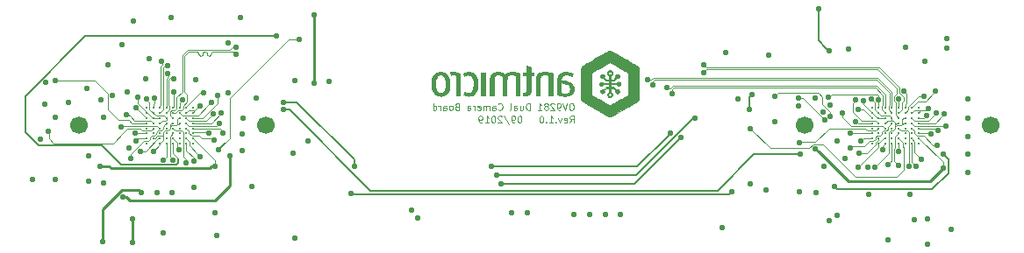
<source format=gbr>
G04 #@! TF.GenerationSoftware,KiCad,Pcbnew,5.0.2+dfsg1-1~bpo9+1*
G04 #@! TF.CreationDate,2019-09-26T17:33:24+02:00*
G04 #@! TF.ProjectId,OV9281,4f563932-3831-42e6-9b69-6361645f7063,rev?*
G04 #@! TF.SameCoordinates,Original*
G04 #@! TF.FileFunction,Copper,L4,Bot*
G04 #@! TF.FilePolarity,Positive*
%FSLAX46Y46*%
G04 Gerber Fmt 4.6, Leading zero omitted, Abs format (unit mm)*
G04 Created by KiCad (PCBNEW 5.0.2+dfsg1-1~bpo9+1) date Thu 26 Sep 2019 05:33:24 PM CEST*
%MOMM*%
%LPD*%
G01*
G04 APERTURE LIST*
G04 #@! TA.AperFunction,NonConductor*
%ADD10C,0.100000*%
G04 #@! TD*
G04 #@! TA.AperFunction,EtchedComponent*
%ADD11C,0.001860*%
G04 #@! TD*
G04 #@! TA.AperFunction,ComponentPad*
%ADD12C,1.700000*%
G04 #@! TD*
G04 #@! TA.AperFunction,BGAPad,CuDef*
%ADD13C,0.200000*%
G04 #@! TD*
G04 #@! TA.AperFunction,ViaPad*
%ADD14C,0.550000*%
G04 #@! TD*
G04 #@! TA.AperFunction,Conductor*
%ADD15C,0.254000*%
G04 #@! TD*
G04 #@! TA.AperFunction,Conductor*
%ADD16C,0.100000*%
G04 #@! TD*
G04 #@! TA.AperFunction,Conductor*
%ADD17C,0.150000*%
G04 #@! TD*
G04 #@! TA.AperFunction,Conductor*
%ADD18C,0.200000*%
G04 #@! TD*
G04 #@! TA.AperFunction,Conductor*
%ADD19C,0.250000*%
G04 #@! TD*
G04 APERTURE END LIST*
D10*
X153334047Y-112234047D02*
X153550714Y-111924523D01*
X153705476Y-112234047D02*
X153705476Y-111584047D01*
X153457857Y-111584047D01*
X153395952Y-111615000D01*
X153365000Y-111645952D01*
X153334047Y-111707857D01*
X153334047Y-111800714D01*
X153365000Y-111862619D01*
X153395952Y-111893571D01*
X153457857Y-111924523D01*
X153705476Y-111924523D01*
X152807857Y-112203095D02*
X152869761Y-112234047D01*
X152993571Y-112234047D01*
X153055476Y-112203095D01*
X153086428Y-112141190D01*
X153086428Y-111893571D01*
X153055476Y-111831666D01*
X152993571Y-111800714D01*
X152869761Y-111800714D01*
X152807857Y-111831666D01*
X152776904Y-111893571D01*
X152776904Y-111955476D01*
X153086428Y-112017380D01*
X152560238Y-111800714D02*
X152405476Y-112234047D01*
X152250714Y-111800714D01*
X152003095Y-112172142D02*
X151972142Y-112203095D01*
X152003095Y-112234047D01*
X152034047Y-112203095D01*
X152003095Y-112172142D01*
X152003095Y-112234047D01*
X151353095Y-112234047D02*
X151724523Y-112234047D01*
X151538809Y-112234047D02*
X151538809Y-111584047D01*
X151600714Y-111676904D01*
X151662619Y-111738809D01*
X151724523Y-111769761D01*
X151074523Y-112172142D02*
X151043571Y-112203095D01*
X151074523Y-112234047D01*
X151105476Y-112203095D01*
X151074523Y-112172142D01*
X151074523Y-112234047D01*
X150641190Y-111584047D02*
X150579285Y-111584047D01*
X150517380Y-111615000D01*
X150486428Y-111645952D01*
X150455476Y-111707857D01*
X150424523Y-111831666D01*
X150424523Y-111986428D01*
X150455476Y-112110238D01*
X150486428Y-112172142D01*
X150517380Y-112203095D01*
X150579285Y-112234047D01*
X150641190Y-112234047D01*
X150703095Y-112203095D01*
X150734047Y-112172142D01*
X150765000Y-112110238D01*
X150795952Y-111986428D01*
X150795952Y-111831666D01*
X150765000Y-111707857D01*
X150734047Y-111645952D01*
X150703095Y-111615000D01*
X150641190Y-111584047D01*
X148536428Y-111584047D02*
X148474523Y-111584047D01*
X148412619Y-111615000D01*
X148381666Y-111645952D01*
X148350714Y-111707857D01*
X148319761Y-111831666D01*
X148319761Y-111986428D01*
X148350714Y-112110238D01*
X148381666Y-112172142D01*
X148412619Y-112203095D01*
X148474523Y-112234047D01*
X148536428Y-112234047D01*
X148598333Y-112203095D01*
X148629285Y-112172142D01*
X148660238Y-112110238D01*
X148691190Y-111986428D01*
X148691190Y-111831666D01*
X148660238Y-111707857D01*
X148629285Y-111645952D01*
X148598333Y-111615000D01*
X148536428Y-111584047D01*
X148010238Y-112234047D02*
X147886428Y-112234047D01*
X147824523Y-112203095D01*
X147793571Y-112172142D01*
X147731666Y-112079285D01*
X147700714Y-111955476D01*
X147700714Y-111707857D01*
X147731666Y-111645952D01*
X147762619Y-111615000D01*
X147824523Y-111584047D01*
X147948333Y-111584047D01*
X148010238Y-111615000D01*
X148041190Y-111645952D01*
X148072142Y-111707857D01*
X148072142Y-111862619D01*
X148041190Y-111924523D01*
X148010238Y-111955476D01*
X147948333Y-111986428D01*
X147824523Y-111986428D01*
X147762619Y-111955476D01*
X147731666Y-111924523D01*
X147700714Y-111862619D01*
X146957857Y-111553095D02*
X147515000Y-112388809D01*
X146772142Y-111645952D02*
X146741190Y-111615000D01*
X146679285Y-111584047D01*
X146524523Y-111584047D01*
X146462619Y-111615000D01*
X146431666Y-111645952D01*
X146400714Y-111707857D01*
X146400714Y-111769761D01*
X146431666Y-111862619D01*
X146803095Y-112234047D01*
X146400714Y-112234047D01*
X145998333Y-111584047D02*
X145936428Y-111584047D01*
X145874523Y-111615000D01*
X145843571Y-111645952D01*
X145812619Y-111707857D01*
X145781666Y-111831666D01*
X145781666Y-111986428D01*
X145812619Y-112110238D01*
X145843571Y-112172142D01*
X145874523Y-112203095D01*
X145936428Y-112234047D01*
X145998333Y-112234047D01*
X146060238Y-112203095D01*
X146091190Y-112172142D01*
X146122142Y-112110238D01*
X146153095Y-111986428D01*
X146153095Y-111831666D01*
X146122142Y-111707857D01*
X146091190Y-111645952D01*
X146060238Y-111615000D01*
X145998333Y-111584047D01*
X145162619Y-112234047D02*
X145534047Y-112234047D01*
X145348333Y-112234047D02*
X145348333Y-111584047D01*
X145410238Y-111676904D01*
X145472142Y-111738809D01*
X145534047Y-111769761D01*
X144853095Y-112234047D02*
X144729285Y-112234047D01*
X144667380Y-112203095D01*
X144636428Y-112172142D01*
X144574523Y-112079285D01*
X144543571Y-111955476D01*
X144543571Y-111707857D01*
X144574523Y-111645952D01*
X144605476Y-111615000D01*
X144667380Y-111584047D01*
X144791190Y-111584047D01*
X144853095Y-111615000D01*
X144884047Y-111645952D01*
X144915000Y-111707857D01*
X144915000Y-111862619D01*
X144884047Y-111924523D01*
X144853095Y-111955476D01*
X144791190Y-111986428D01*
X144667380Y-111986428D01*
X144605476Y-111955476D01*
X144574523Y-111924523D01*
X144543571Y-111862619D01*
X153569285Y-110374047D02*
X153445476Y-110374047D01*
X153383571Y-110405000D01*
X153321666Y-110466904D01*
X153290714Y-110590714D01*
X153290714Y-110807380D01*
X153321666Y-110931190D01*
X153383571Y-110993095D01*
X153445476Y-111024047D01*
X153569285Y-111024047D01*
X153631190Y-110993095D01*
X153693095Y-110931190D01*
X153724047Y-110807380D01*
X153724047Y-110590714D01*
X153693095Y-110466904D01*
X153631190Y-110405000D01*
X153569285Y-110374047D01*
X153105000Y-110374047D02*
X152888333Y-111024047D01*
X152671666Y-110374047D01*
X152424047Y-111024047D02*
X152300238Y-111024047D01*
X152238333Y-110993095D01*
X152207380Y-110962142D01*
X152145476Y-110869285D01*
X152114523Y-110745476D01*
X152114523Y-110497857D01*
X152145476Y-110435952D01*
X152176428Y-110405000D01*
X152238333Y-110374047D01*
X152362142Y-110374047D01*
X152424047Y-110405000D01*
X152455000Y-110435952D01*
X152485952Y-110497857D01*
X152485952Y-110652619D01*
X152455000Y-110714523D01*
X152424047Y-110745476D01*
X152362142Y-110776428D01*
X152238333Y-110776428D01*
X152176428Y-110745476D01*
X152145476Y-110714523D01*
X152114523Y-110652619D01*
X151866904Y-110435952D02*
X151835952Y-110405000D01*
X151774047Y-110374047D01*
X151619285Y-110374047D01*
X151557380Y-110405000D01*
X151526428Y-110435952D01*
X151495476Y-110497857D01*
X151495476Y-110559761D01*
X151526428Y-110652619D01*
X151897857Y-111024047D01*
X151495476Y-111024047D01*
X151124047Y-110652619D02*
X151185952Y-110621666D01*
X151216904Y-110590714D01*
X151247857Y-110528809D01*
X151247857Y-110497857D01*
X151216904Y-110435952D01*
X151185952Y-110405000D01*
X151124047Y-110374047D01*
X151000238Y-110374047D01*
X150938333Y-110405000D01*
X150907380Y-110435952D01*
X150876428Y-110497857D01*
X150876428Y-110528809D01*
X150907380Y-110590714D01*
X150938333Y-110621666D01*
X151000238Y-110652619D01*
X151124047Y-110652619D01*
X151185952Y-110683571D01*
X151216904Y-110714523D01*
X151247857Y-110776428D01*
X151247857Y-110900238D01*
X151216904Y-110962142D01*
X151185952Y-110993095D01*
X151124047Y-111024047D01*
X151000238Y-111024047D01*
X150938333Y-110993095D01*
X150907380Y-110962142D01*
X150876428Y-110900238D01*
X150876428Y-110776428D01*
X150907380Y-110714523D01*
X150938333Y-110683571D01*
X151000238Y-110652619D01*
X150257380Y-111024047D02*
X150628809Y-111024047D01*
X150443095Y-111024047D02*
X150443095Y-110374047D01*
X150505000Y-110466904D01*
X150566904Y-110528809D01*
X150628809Y-110559761D01*
X149483571Y-111024047D02*
X149483571Y-110374047D01*
X149328809Y-110374047D01*
X149235952Y-110405000D01*
X149174047Y-110466904D01*
X149143095Y-110528809D01*
X149112142Y-110652619D01*
X149112142Y-110745476D01*
X149143095Y-110869285D01*
X149174047Y-110931190D01*
X149235952Y-110993095D01*
X149328809Y-111024047D01*
X149483571Y-111024047D01*
X148555000Y-110590714D02*
X148555000Y-111024047D01*
X148833571Y-110590714D02*
X148833571Y-110931190D01*
X148802619Y-110993095D01*
X148740714Y-111024047D01*
X148647857Y-111024047D01*
X148585952Y-110993095D01*
X148555000Y-110962142D01*
X147966904Y-111024047D02*
X147966904Y-110683571D01*
X147997857Y-110621666D01*
X148059761Y-110590714D01*
X148183571Y-110590714D01*
X148245476Y-110621666D01*
X147966904Y-110993095D02*
X148028809Y-111024047D01*
X148183571Y-111024047D01*
X148245476Y-110993095D01*
X148276428Y-110931190D01*
X148276428Y-110869285D01*
X148245476Y-110807380D01*
X148183571Y-110776428D01*
X148028809Y-110776428D01*
X147966904Y-110745476D01*
X147564523Y-111024047D02*
X147626428Y-110993095D01*
X147657380Y-110931190D01*
X147657380Y-110374047D01*
X146450238Y-110962142D02*
X146481190Y-110993095D01*
X146574047Y-111024047D01*
X146635952Y-111024047D01*
X146728809Y-110993095D01*
X146790714Y-110931190D01*
X146821666Y-110869285D01*
X146852619Y-110745476D01*
X146852619Y-110652619D01*
X146821666Y-110528809D01*
X146790714Y-110466904D01*
X146728809Y-110405000D01*
X146635952Y-110374047D01*
X146574047Y-110374047D01*
X146481190Y-110405000D01*
X146450238Y-110435952D01*
X145893095Y-111024047D02*
X145893095Y-110683571D01*
X145924047Y-110621666D01*
X145985952Y-110590714D01*
X146109761Y-110590714D01*
X146171666Y-110621666D01*
X145893095Y-110993095D02*
X145955000Y-111024047D01*
X146109761Y-111024047D01*
X146171666Y-110993095D01*
X146202619Y-110931190D01*
X146202619Y-110869285D01*
X146171666Y-110807380D01*
X146109761Y-110776428D01*
X145955000Y-110776428D01*
X145893095Y-110745476D01*
X145583571Y-111024047D02*
X145583571Y-110590714D01*
X145583571Y-110652619D02*
X145552619Y-110621666D01*
X145490714Y-110590714D01*
X145397857Y-110590714D01*
X145335952Y-110621666D01*
X145305000Y-110683571D01*
X145305000Y-111024047D01*
X145305000Y-110683571D02*
X145274047Y-110621666D01*
X145212142Y-110590714D01*
X145119285Y-110590714D01*
X145057380Y-110621666D01*
X145026428Y-110683571D01*
X145026428Y-111024047D01*
X144469285Y-110993095D02*
X144531190Y-111024047D01*
X144655000Y-111024047D01*
X144716904Y-110993095D01*
X144747857Y-110931190D01*
X144747857Y-110683571D01*
X144716904Y-110621666D01*
X144655000Y-110590714D01*
X144531190Y-110590714D01*
X144469285Y-110621666D01*
X144438333Y-110683571D01*
X144438333Y-110745476D01*
X144747857Y-110807380D01*
X144159761Y-111024047D02*
X144159761Y-110590714D01*
X144159761Y-110714523D02*
X144128809Y-110652619D01*
X144097857Y-110621666D01*
X144035952Y-110590714D01*
X143974047Y-110590714D01*
X143478809Y-111024047D02*
X143478809Y-110683571D01*
X143509761Y-110621666D01*
X143571666Y-110590714D01*
X143695476Y-110590714D01*
X143757380Y-110621666D01*
X143478809Y-110993095D02*
X143540714Y-111024047D01*
X143695476Y-111024047D01*
X143757380Y-110993095D01*
X143788333Y-110931190D01*
X143788333Y-110869285D01*
X143757380Y-110807380D01*
X143695476Y-110776428D01*
X143540714Y-110776428D01*
X143478809Y-110745476D01*
X142457380Y-110683571D02*
X142364523Y-110714523D01*
X142333571Y-110745476D01*
X142302619Y-110807380D01*
X142302619Y-110900238D01*
X142333571Y-110962142D01*
X142364523Y-110993095D01*
X142426428Y-111024047D01*
X142674047Y-111024047D01*
X142674047Y-110374047D01*
X142457380Y-110374047D01*
X142395476Y-110405000D01*
X142364523Y-110435952D01*
X142333571Y-110497857D01*
X142333571Y-110559761D01*
X142364523Y-110621666D01*
X142395476Y-110652619D01*
X142457380Y-110683571D01*
X142674047Y-110683571D01*
X141931190Y-111024047D02*
X141993095Y-110993095D01*
X142024047Y-110962142D01*
X142055000Y-110900238D01*
X142055000Y-110714523D01*
X142024047Y-110652619D01*
X141993095Y-110621666D01*
X141931190Y-110590714D01*
X141838333Y-110590714D01*
X141776428Y-110621666D01*
X141745476Y-110652619D01*
X141714523Y-110714523D01*
X141714523Y-110900238D01*
X141745476Y-110962142D01*
X141776428Y-110993095D01*
X141838333Y-111024047D01*
X141931190Y-111024047D01*
X141157380Y-111024047D02*
X141157380Y-110683571D01*
X141188333Y-110621666D01*
X141250238Y-110590714D01*
X141374047Y-110590714D01*
X141435952Y-110621666D01*
X141157380Y-110993095D02*
X141219285Y-111024047D01*
X141374047Y-111024047D01*
X141435952Y-110993095D01*
X141466904Y-110931190D01*
X141466904Y-110869285D01*
X141435952Y-110807380D01*
X141374047Y-110776428D01*
X141219285Y-110776428D01*
X141157380Y-110745476D01*
X140847857Y-111024047D02*
X140847857Y-110590714D01*
X140847857Y-110714523D02*
X140816904Y-110652619D01*
X140785952Y-110621666D01*
X140724047Y-110590714D01*
X140662142Y-110590714D01*
X140166904Y-111024047D02*
X140166904Y-110374047D01*
X140166904Y-110993095D02*
X140228809Y-111024047D01*
X140352619Y-111024047D01*
X140414523Y-110993095D01*
X140445476Y-110962142D01*
X140476428Y-110900238D01*
X140476428Y-110714523D01*
X140445476Y-110652619D01*
X140414523Y-110621666D01*
X140352619Y-110590714D01*
X140228809Y-110590714D01*
X140166904Y-110621666D01*
D11*
G04 #@! TO.C,N1*
G36*
X157152142Y-105304154D02*
X157086986Y-105319089D01*
X157085897Y-105319539D01*
X157065403Y-105330232D01*
X157020055Y-105355318D01*
X156952258Y-105393414D01*
X156864418Y-105443138D01*
X156758940Y-105503105D01*
X156638230Y-105571933D01*
X156504694Y-105648238D01*
X156360737Y-105730638D01*
X156208764Y-105817750D01*
X156051182Y-105908190D01*
X155890395Y-106000575D01*
X155728810Y-106093522D01*
X155568831Y-106185648D01*
X155412866Y-106275570D01*
X155263318Y-106361904D01*
X155122594Y-106443268D01*
X154993099Y-106518279D01*
X154877239Y-106585553D01*
X154777420Y-106643707D01*
X154696046Y-106691359D01*
X154635524Y-106727124D01*
X154598259Y-106749621D01*
X154594001Y-106752284D01*
X154527202Y-106807139D01*
X154475891Y-106872739D01*
X154433062Y-106945594D01*
X154428815Y-108446694D01*
X154428178Y-108733912D01*
X154427967Y-108993067D01*
X154428181Y-109223768D01*
X154428817Y-109425625D01*
X154429870Y-109598247D01*
X154431339Y-109741242D01*
X154433221Y-109854219D01*
X154435511Y-109936788D01*
X154438209Y-109988558D01*
X154440579Y-110007256D01*
X154447009Y-110030965D01*
X154453864Y-110052589D01*
X154462777Y-110073216D01*
X154475386Y-110093937D01*
X154493324Y-110115840D01*
X154518227Y-110140014D01*
X154551730Y-110167548D01*
X154595469Y-110199532D01*
X154651077Y-110237053D01*
X154720191Y-110281202D01*
X154804445Y-110333068D01*
X154905475Y-110393738D01*
X155024916Y-110464304D01*
X155164402Y-110545853D01*
X155325570Y-110639474D01*
X155510053Y-110746257D01*
X155719487Y-110867291D01*
X155812698Y-110921142D01*
X157078726Y-111652603D01*
X157196836Y-111658672D01*
X157314946Y-111664742D01*
X157779512Y-111397563D01*
X158063990Y-111233979D01*
X158322462Y-111085352D01*
X158556193Y-110950884D01*
X158766450Y-110829777D01*
X158954499Y-110721231D01*
X159121606Y-110624450D01*
X159269037Y-110538634D01*
X159398057Y-110462986D01*
X159509934Y-110396708D01*
X159605932Y-110339000D01*
X159687318Y-110289066D01*
X159755358Y-110246106D01*
X159811318Y-110209323D01*
X159856465Y-110177918D01*
X159892063Y-110151094D01*
X159919379Y-110128051D01*
X159939678Y-110107992D01*
X159954228Y-110090119D01*
X159964294Y-110073633D01*
X159971142Y-110057736D01*
X159976039Y-110041630D01*
X159980249Y-110024516D01*
X159984579Y-110007290D01*
X159987595Y-109979658D01*
X159990205Y-109920912D01*
X159992407Y-109831435D01*
X159994198Y-109711605D01*
X159995575Y-109561803D01*
X159996534Y-109382410D01*
X159997074Y-109173806D01*
X159997191Y-108936373D01*
X159996882Y-108670489D01*
X159996434Y-108481024D01*
X159023604Y-108481024D01*
X159023583Y-108685721D01*
X159023402Y-108861328D01*
X159022884Y-109010252D01*
X159021851Y-109134899D01*
X159020127Y-109237676D01*
X159017535Y-109320988D01*
X159013897Y-109387244D01*
X159009036Y-109438847D01*
X159002775Y-109478206D01*
X158994937Y-109507727D01*
X158985345Y-109529815D01*
X158973822Y-109546878D01*
X158960190Y-109561321D01*
X158944273Y-109575552D01*
X158942957Y-109576700D01*
X158921858Y-109591079D01*
X158876461Y-109619185D01*
X158809732Y-109659311D01*
X158724637Y-109709750D01*
X158624142Y-109768796D01*
X158511213Y-109834740D01*
X158388816Y-109905876D01*
X158259917Y-109980497D01*
X158127481Y-110056896D01*
X157994476Y-110133365D01*
X157863866Y-110208198D01*
X157738618Y-110279687D01*
X157621698Y-110346126D01*
X157516071Y-110405807D01*
X157424704Y-110457023D01*
X157350563Y-110498068D01*
X157296613Y-110527233D01*
X157265821Y-110542813D01*
X157260992Y-110544762D01*
X157221946Y-110555408D01*
X157194652Y-110556037D01*
X157162305Y-110545649D01*
X157143120Y-110537739D01*
X157116888Y-110524599D01*
X157066974Y-110497524D01*
X156996363Y-110458241D01*
X156908040Y-110408476D01*
X156804989Y-110349956D01*
X156690196Y-110284405D01*
X156566644Y-110213552D01*
X156437318Y-110139121D01*
X156305202Y-110062839D01*
X156173282Y-109986433D01*
X156044541Y-109911628D01*
X155921965Y-109840151D01*
X155808537Y-109773728D01*
X155707243Y-109714084D01*
X155621067Y-109662947D01*
X155552994Y-109622043D01*
X155506007Y-109593097D01*
X155483093Y-109577836D01*
X155482211Y-109577104D01*
X155466109Y-109562621D01*
X155452307Y-109548146D01*
X155440627Y-109531271D01*
X155430893Y-109509588D01*
X155422927Y-109480687D01*
X155416552Y-109442161D01*
X155411591Y-109391599D01*
X155407867Y-109326593D01*
X155405202Y-109244736D01*
X155403419Y-109143616D01*
X155402341Y-109020827D01*
X155401790Y-108873959D01*
X155401591Y-108700603D01*
X155401564Y-108498351D01*
X155401564Y-108481024D01*
X155401567Y-108275425D01*
X155401714Y-108098931D01*
X155402215Y-107949151D01*
X155403280Y-107823693D01*
X155405117Y-107720166D01*
X155407935Y-107636179D01*
X155411945Y-107569341D01*
X155417355Y-107517260D01*
X155424375Y-107477546D01*
X155433213Y-107447806D01*
X155444079Y-107425651D01*
X155457182Y-107408689D01*
X155472732Y-107394528D01*
X155490937Y-107380778D01*
X155498318Y-107375367D01*
X155521441Y-107360489D01*
X155569272Y-107331464D01*
X155639198Y-107289824D01*
X155728611Y-107237098D01*
X155834899Y-107174817D01*
X155955453Y-107104511D01*
X156087661Y-107027711D01*
X156228913Y-106945947D01*
X156347993Y-106877229D01*
X156518144Y-106779299D01*
X156663285Y-106696096D01*
X156785597Y-106626459D01*
X156887266Y-106569225D01*
X156970474Y-106523232D01*
X157037405Y-106487319D01*
X157090242Y-106460324D01*
X157131169Y-106441084D01*
X157162369Y-106428437D01*
X157186025Y-106421223D01*
X157204322Y-106418279D01*
X157210897Y-106418036D01*
X157227359Y-106419524D01*
X157248245Y-106424750D01*
X157275700Y-106434861D01*
X157311867Y-106451000D01*
X157358890Y-106474313D01*
X157418914Y-106505945D01*
X157494083Y-106547041D01*
X157586539Y-106598745D01*
X157698427Y-106662204D01*
X157831891Y-106738561D01*
X157989075Y-106828962D01*
X158099110Y-106892410D01*
X158247204Y-106977998D01*
X158387704Y-107059465D01*
X158518142Y-107135359D01*
X158636045Y-107204231D01*
X158738944Y-107264630D01*
X158824368Y-107315107D01*
X158889846Y-107354212D01*
X158932906Y-107380493D01*
X158950975Y-107392409D01*
X158965476Y-107405426D01*
X158977906Y-107419199D01*
X158988424Y-107436121D01*
X158997191Y-107458583D01*
X159004365Y-107488976D01*
X159010106Y-107529694D01*
X159014574Y-107583129D01*
X159017928Y-107651671D01*
X159020329Y-107737713D01*
X159021934Y-107843647D01*
X159022905Y-107971865D01*
X159023401Y-108124759D01*
X159023580Y-108304721D01*
X159023604Y-108481024D01*
X159996434Y-108481024D01*
X159996353Y-108446694D01*
X159995674Y-108191526D01*
X159995088Y-107965932D01*
X159994472Y-107767989D01*
X159993707Y-107595776D01*
X159992670Y-107447371D01*
X159991241Y-107320852D01*
X159989297Y-107214298D01*
X159986718Y-107125786D01*
X159983383Y-107053395D01*
X159979170Y-106995202D01*
X159973957Y-106949287D01*
X159967624Y-106913727D01*
X159960050Y-106886600D01*
X159951112Y-106865985D01*
X159940690Y-106849960D01*
X159928662Y-106836603D01*
X159914908Y-106823992D01*
X159899305Y-106810205D01*
X159892684Y-106804086D01*
X159872614Y-106790068D01*
X159827232Y-106761538D01*
X159758536Y-106719677D01*
X159668524Y-106665663D01*
X159559194Y-106600676D01*
X159432544Y-106525895D01*
X159290572Y-106442500D01*
X159135275Y-106351669D01*
X158968652Y-106254582D01*
X158792700Y-106152419D01*
X158609418Y-106046358D01*
X158589859Y-106035061D01*
X158376201Y-105911694D01*
X158188040Y-105803139D01*
X158023610Y-105708439D01*
X157881143Y-105626639D01*
X157758872Y-105556782D01*
X157655030Y-105497911D01*
X157567850Y-105449071D01*
X157495565Y-105409306D01*
X157436408Y-105377659D01*
X157388610Y-105353174D01*
X157350406Y-105334896D01*
X157320028Y-105321867D01*
X157295708Y-105313131D01*
X157275681Y-105307733D01*
X157258177Y-105304716D01*
X157241431Y-105303125D01*
X157236520Y-105302797D01*
X157152142Y-105304154D01*
X157152142Y-105304154D01*
G37*
X157152142Y-105304154D02*
X157086986Y-105319089D01*
X157085897Y-105319539D01*
X157065403Y-105330232D01*
X157020055Y-105355318D01*
X156952258Y-105393414D01*
X156864418Y-105443138D01*
X156758940Y-105503105D01*
X156638230Y-105571933D01*
X156504694Y-105648238D01*
X156360737Y-105730638D01*
X156208764Y-105817750D01*
X156051182Y-105908190D01*
X155890395Y-106000575D01*
X155728810Y-106093522D01*
X155568831Y-106185648D01*
X155412866Y-106275570D01*
X155263318Y-106361904D01*
X155122594Y-106443268D01*
X154993099Y-106518279D01*
X154877239Y-106585553D01*
X154777420Y-106643707D01*
X154696046Y-106691359D01*
X154635524Y-106727124D01*
X154598259Y-106749621D01*
X154594001Y-106752284D01*
X154527202Y-106807139D01*
X154475891Y-106872739D01*
X154433062Y-106945594D01*
X154428815Y-108446694D01*
X154428178Y-108733912D01*
X154427967Y-108993067D01*
X154428181Y-109223768D01*
X154428817Y-109425625D01*
X154429870Y-109598247D01*
X154431339Y-109741242D01*
X154433221Y-109854219D01*
X154435511Y-109936788D01*
X154438209Y-109988558D01*
X154440579Y-110007256D01*
X154447009Y-110030965D01*
X154453864Y-110052589D01*
X154462777Y-110073216D01*
X154475386Y-110093937D01*
X154493324Y-110115840D01*
X154518227Y-110140014D01*
X154551730Y-110167548D01*
X154595469Y-110199532D01*
X154651077Y-110237053D01*
X154720191Y-110281202D01*
X154804445Y-110333068D01*
X154905475Y-110393738D01*
X155024916Y-110464304D01*
X155164402Y-110545853D01*
X155325570Y-110639474D01*
X155510053Y-110746257D01*
X155719487Y-110867291D01*
X155812698Y-110921142D01*
X157078726Y-111652603D01*
X157196836Y-111658672D01*
X157314946Y-111664742D01*
X157779512Y-111397563D01*
X158063990Y-111233979D01*
X158322462Y-111085352D01*
X158556193Y-110950884D01*
X158766450Y-110829777D01*
X158954499Y-110721231D01*
X159121606Y-110624450D01*
X159269037Y-110538634D01*
X159398057Y-110462986D01*
X159509934Y-110396708D01*
X159605932Y-110339000D01*
X159687318Y-110289066D01*
X159755358Y-110246106D01*
X159811318Y-110209323D01*
X159856465Y-110177918D01*
X159892063Y-110151094D01*
X159919379Y-110128051D01*
X159939678Y-110107992D01*
X159954228Y-110090119D01*
X159964294Y-110073633D01*
X159971142Y-110057736D01*
X159976039Y-110041630D01*
X159980249Y-110024516D01*
X159984579Y-110007290D01*
X159987595Y-109979658D01*
X159990205Y-109920912D01*
X159992407Y-109831435D01*
X159994198Y-109711605D01*
X159995575Y-109561803D01*
X159996534Y-109382410D01*
X159997074Y-109173806D01*
X159997191Y-108936373D01*
X159996882Y-108670489D01*
X159996434Y-108481024D01*
X159023604Y-108481024D01*
X159023583Y-108685721D01*
X159023402Y-108861328D01*
X159022884Y-109010252D01*
X159021851Y-109134899D01*
X159020127Y-109237676D01*
X159017535Y-109320988D01*
X159013897Y-109387244D01*
X159009036Y-109438847D01*
X159002775Y-109478206D01*
X158994937Y-109507727D01*
X158985345Y-109529815D01*
X158973822Y-109546878D01*
X158960190Y-109561321D01*
X158944273Y-109575552D01*
X158942957Y-109576700D01*
X158921858Y-109591079D01*
X158876461Y-109619185D01*
X158809732Y-109659311D01*
X158724637Y-109709750D01*
X158624142Y-109768796D01*
X158511213Y-109834740D01*
X158388816Y-109905876D01*
X158259917Y-109980497D01*
X158127481Y-110056896D01*
X157994476Y-110133365D01*
X157863866Y-110208198D01*
X157738618Y-110279687D01*
X157621698Y-110346126D01*
X157516071Y-110405807D01*
X157424704Y-110457023D01*
X157350563Y-110498068D01*
X157296613Y-110527233D01*
X157265821Y-110542813D01*
X157260992Y-110544762D01*
X157221946Y-110555408D01*
X157194652Y-110556037D01*
X157162305Y-110545649D01*
X157143120Y-110537739D01*
X157116888Y-110524599D01*
X157066974Y-110497524D01*
X156996363Y-110458241D01*
X156908040Y-110408476D01*
X156804989Y-110349956D01*
X156690196Y-110284405D01*
X156566644Y-110213552D01*
X156437318Y-110139121D01*
X156305202Y-110062839D01*
X156173282Y-109986433D01*
X156044541Y-109911628D01*
X155921965Y-109840151D01*
X155808537Y-109773728D01*
X155707243Y-109714084D01*
X155621067Y-109662947D01*
X155552994Y-109622043D01*
X155506007Y-109593097D01*
X155483093Y-109577836D01*
X155482211Y-109577104D01*
X155466109Y-109562621D01*
X155452307Y-109548146D01*
X155440627Y-109531271D01*
X155430893Y-109509588D01*
X155422927Y-109480687D01*
X155416552Y-109442161D01*
X155411591Y-109391599D01*
X155407867Y-109326593D01*
X155405202Y-109244736D01*
X155403419Y-109143616D01*
X155402341Y-109020827D01*
X155401790Y-108873959D01*
X155401591Y-108700603D01*
X155401564Y-108498351D01*
X155401564Y-108481024D01*
X155401567Y-108275425D01*
X155401714Y-108098931D01*
X155402215Y-107949151D01*
X155403280Y-107823693D01*
X155405117Y-107720166D01*
X155407935Y-107636179D01*
X155411945Y-107569341D01*
X155417355Y-107517260D01*
X155424375Y-107477546D01*
X155433213Y-107447806D01*
X155444079Y-107425651D01*
X155457182Y-107408689D01*
X155472732Y-107394528D01*
X155490937Y-107380778D01*
X155498318Y-107375367D01*
X155521441Y-107360489D01*
X155569272Y-107331464D01*
X155639198Y-107289824D01*
X155728611Y-107237098D01*
X155834899Y-107174817D01*
X155955453Y-107104511D01*
X156087661Y-107027711D01*
X156228913Y-106945947D01*
X156347993Y-106877229D01*
X156518144Y-106779299D01*
X156663285Y-106696096D01*
X156785597Y-106626459D01*
X156887266Y-106569225D01*
X156970474Y-106523232D01*
X157037405Y-106487319D01*
X157090242Y-106460324D01*
X157131169Y-106441084D01*
X157162369Y-106428437D01*
X157186025Y-106421223D01*
X157204322Y-106418279D01*
X157210897Y-106418036D01*
X157227359Y-106419524D01*
X157248245Y-106424750D01*
X157275700Y-106434861D01*
X157311867Y-106451000D01*
X157358890Y-106474313D01*
X157418914Y-106505945D01*
X157494083Y-106547041D01*
X157586539Y-106598745D01*
X157698427Y-106662204D01*
X157831891Y-106738561D01*
X157989075Y-106828962D01*
X158099110Y-106892410D01*
X158247204Y-106977998D01*
X158387704Y-107059465D01*
X158518142Y-107135359D01*
X158636045Y-107204231D01*
X158738944Y-107264630D01*
X158824368Y-107315107D01*
X158889846Y-107354212D01*
X158932906Y-107380493D01*
X158950975Y-107392409D01*
X158965476Y-107405426D01*
X158977906Y-107419199D01*
X158988424Y-107436121D01*
X158997191Y-107458583D01*
X159004365Y-107488976D01*
X159010106Y-107529694D01*
X159014574Y-107583129D01*
X159017928Y-107651671D01*
X159020329Y-107737713D01*
X159021934Y-107843647D01*
X159022905Y-107971865D01*
X159023401Y-108124759D01*
X159023580Y-108304721D01*
X159023604Y-108481024D01*
X159996434Y-108481024D01*
X159996353Y-108446694D01*
X159995674Y-108191526D01*
X159995088Y-107965932D01*
X159994472Y-107767989D01*
X159993707Y-107595776D01*
X159992670Y-107447371D01*
X159991241Y-107320852D01*
X159989297Y-107214298D01*
X159986718Y-107125786D01*
X159983383Y-107053395D01*
X159979170Y-106995202D01*
X159973957Y-106949287D01*
X159967624Y-106913727D01*
X159960050Y-106886600D01*
X159951112Y-106865985D01*
X159940690Y-106849960D01*
X159928662Y-106836603D01*
X159914908Y-106823992D01*
X159899305Y-106810205D01*
X159892684Y-106804086D01*
X159872614Y-106790068D01*
X159827232Y-106761538D01*
X159758536Y-106719677D01*
X159668524Y-106665663D01*
X159559194Y-106600676D01*
X159432544Y-106525895D01*
X159290572Y-106442500D01*
X159135275Y-106351669D01*
X158968652Y-106254582D01*
X158792700Y-106152419D01*
X158609418Y-106046358D01*
X158589859Y-106035061D01*
X158376201Y-105911694D01*
X158188040Y-105803139D01*
X158023610Y-105708439D01*
X157881143Y-105626639D01*
X157758872Y-105556782D01*
X157655030Y-105497911D01*
X157567850Y-105449071D01*
X157495565Y-105409306D01*
X157436408Y-105377659D01*
X157388610Y-105353174D01*
X157350406Y-105334896D01*
X157320028Y-105321867D01*
X157295708Y-105313131D01*
X157275681Y-105307733D01*
X157258177Y-105304716D01*
X157241431Y-105303125D01*
X157236520Y-105302797D01*
X157152142Y-105304154D01*
G36*
X152762249Y-107357833D02*
X152662550Y-107376497D01*
X152549392Y-107411190D01*
X152458084Y-107454245D01*
X152379163Y-107510654D01*
X152340359Y-107546444D01*
X152283133Y-107617912D01*
X152231753Y-107709412D01*
X152191937Y-107809483D01*
X152173550Y-107880881D01*
X152169900Y-107916332D01*
X152166624Y-107980657D01*
X152163769Y-108071233D01*
X152161387Y-108185439D01*
X152159525Y-108320653D01*
X152158235Y-108474254D01*
X152157564Y-108643621D01*
X152157476Y-108734404D01*
X152157476Y-109503170D01*
X152231284Y-109535819D01*
X152363439Y-109583297D01*
X152516531Y-109619980D01*
X152681516Y-109644719D01*
X152849350Y-109656367D01*
X153010988Y-109653776D01*
X153096245Y-109645571D01*
X153263289Y-109612290D01*
X153406069Y-109559385D01*
X153524297Y-109487171D01*
X153617686Y-109395962D01*
X153685949Y-109286070D01*
X153728798Y-109157809D01*
X153745946Y-109011493D01*
X153745116Y-108938039D01*
X153743109Y-108924154D01*
X153382296Y-108924154D01*
X153379368Y-109054438D01*
X153351055Y-109167040D01*
X153297965Y-109261021D01*
X153220703Y-109335443D01*
X153119873Y-109389368D01*
X153071639Y-109405398D01*
X153010019Y-109415934D01*
X152927498Y-109420730D01*
X152834071Y-109420162D01*
X152739734Y-109414607D01*
X152654483Y-109404439D01*
X152588312Y-109390036D01*
X152578735Y-109386856D01*
X152503932Y-109359951D01*
X152503932Y-108368522D01*
X152594483Y-108379447D01*
X152652273Y-108388538D01*
X152727090Y-108403205D01*
X152805569Y-108420765D01*
X152830244Y-108426800D01*
X152991685Y-108476434D01*
X153124252Y-108537420D01*
X153228703Y-108610441D01*
X153305799Y-108696184D01*
X153356299Y-108795331D01*
X153380963Y-108908569D01*
X153382296Y-108924154D01*
X153743109Y-108924154D01*
X153724612Y-108796169D01*
X153677067Y-108670045D01*
X153601887Y-108558308D01*
X153558984Y-108512457D01*
X153464184Y-108437132D01*
X153342300Y-108367807D01*
X153197421Y-108305995D01*
X153033639Y-108253213D01*
X152855043Y-108210977D01*
X152665725Y-108180801D01*
X152662896Y-108180456D01*
X152499634Y-108160670D01*
X152509073Y-108026926D01*
X152527337Y-107900797D01*
X152563566Y-107799588D01*
X152619397Y-107721285D01*
X152696465Y-107663874D01*
X152796408Y-107625341D01*
X152844245Y-107614557D01*
X152974469Y-107603216D01*
X153119212Y-107614064D01*
X153271700Y-107646084D01*
X153425161Y-107698258D01*
X153438671Y-107703858D01*
X153487101Y-107723070D01*
X153522581Y-107734946D01*
X153536680Y-107736989D01*
X153544711Y-107720365D01*
X153559824Y-107683295D01*
X153578530Y-107635006D01*
X153597340Y-107584722D01*
X153612765Y-107541667D01*
X153621316Y-107515065D01*
X153622040Y-107511296D01*
X153608855Y-107501016D01*
X153574628Y-107482840D01*
X153536157Y-107464933D01*
X153394789Y-107413792D01*
X153238038Y-107376633D01*
X153074580Y-107354335D01*
X152913092Y-107347775D01*
X152762249Y-107357833D01*
X152762249Y-107357833D01*
G37*
X152762249Y-107357833D02*
X152662550Y-107376497D01*
X152549392Y-107411190D01*
X152458084Y-107454245D01*
X152379163Y-107510654D01*
X152340359Y-107546444D01*
X152283133Y-107617912D01*
X152231753Y-107709412D01*
X152191937Y-107809483D01*
X152173550Y-107880881D01*
X152169900Y-107916332D01*
X152166624Y-107980657D01*
X152163769Y-108071233D01*
X152161387Y-108185439D01*
X152159525Y-108320653D01*
X152158235Y-108474254D01*
X152157564Y-108643621D01*
X152157476Y-108734404D01*
X152157476Y-109503170D01*
X152231284Y-109535819D01*
X152363439Y-109583297D01*
X152516531Y-109619980D01*
X152681516Y-109644719D01*
X152849350Y-109656367D01*
X153010988Y-109653776D01*
X153096245Y-109645571D01*
X153263289Y-109612290D01*
X153406069Y-109559385D01*
X153524297Y-109487171D01*
X153617686Y-109395962D01*
X153685949Y-109286070D01*
X153728798Y-109157809D01*
X153745946Y-109011493D01*
X153745116Y-108938039D01*
X153743109Y-108924154D01*
X153382296Y-108924154D01*
X153379368Y-109054438D01*
X153351055Y-109167040D01*
X153297965Y-109261021D01*
X153220703Y-109335443D01*
X153119873Y-109389368D01*
X153071639Y-109405398D01*
X153010019Y-109415934D01*
X152927498Y-109420730D01*
X152834071Y-109420162D01*
X152739734Y-109414607D01*
X152654483Y-109404439D01*
X152588312Y-109390036D01*
X152578735Y-109386856D01*
X152503932Y-109359951D01*
X152503932Y-108368522D01*
X152594483Y-108379447D01*
X152652273Y-108388538D01*
X152727090Y-108403205D01*
X152805569Y-108420765D01*
X152830244Y-108426800D01*
X152991685Y-108476434D01*
X153124252Y-108537420D01*
X153228703Y-108610441D01*
X153305799Y-108696184D01*
X153356299Y-108795331D01*
X153380963Y-108908569D01*
X153382296Y-108924154D01*
X153743109Y-108924154D01*
X153724612Y-108796169D01*
X153677067Y-108670045D01*
X153601887Y-108558308D01*
X153558984Y-108512457D01*
X153464184Y-108437132D01*
X153342300Y-108367807D01*
X153197421Y-108305995D01*
X153033639Y-108253213D01*
X152855043Y-108210977D01*
X152665725Y-108180801D01*
X152662896Y-108180456D01*
X152499634Y-108160670D01*
X152509073Y-108026926D01*
X152527337Y-107900797D01*
X152563566Y-107799588D01*
X152619397Y-107721285D01*
X152696465Y-107663874D01*
X152796408Y-107625341D01*
X152844245Y-107614557D01*
X152974469Y-107603216D01*
X153119212Y-107614064D01*
X153271700Y-107646084D01*
X153425161Y-107698258D01*
X153438671Y-107703858D01*
X153487101Y-107723070D01*
X153522581Y-107734946D01*
X153536680Y-107736989D01*
X153544711Y-107720365D01*
X153559824Y-107683295D01*
X153578530Y-107635006D01*
X153597340Y-107584722D01*
X153612765Y-107541667D01*
X153621316Y-107515065D01*
X153622040Y-107511296D01*
X153608855Y-107501016D01*
X153574628Y-107482840D01*
X153536157Y-107464933D01*
X153394789Y-107413792D01*
X153238038Y-107376633D01*
X153074580Y-107354335D01*
X152913092Y-107347775D01*
X152762249Y-107357833D01*
G36*
X143519358Y-107350011D02*
X143415660Y-107360059D01*
X143357979Y-107370910D01*
X143298532Y-107388026D01*
X143234696Y-107411271D01*
X143174732Y-107437041D01*
X143126901Y-107461732D01*
X143099464Y-107481740D01*
X143097269Y-107484663D01*
X143098966Y-107504245D01*
X143110309Y-107542719D01*
X143127743Y-107591037D01*
X143147711Y-107640151D01*
X143166656Y-107681015D01*
X143181023Y-107704581D01*
X143184723Y-107707140D01*
X143204160Y-107701467D01*
X143242855Y-107685946D01*
X143282034Y-107668637D01*
X143402444Y-107626817D01*
X143521697Y-107610564D01*
X143634259Y-107620051D01*
X143732918Y-107654575D01*
X143815367Y-107713565D01*
X143890921Y-107800093D01*
X143957204Y-107910527D01*
X144011842Y-108041237D01*
X144035013Y-108116560D01*
X144053300Y-108209379D01*
X144065052Y-108323674D01*
X144070269Y-108450106D01*
X144068952Y-108579342D01*
X144061101Y-108702043D01*
X144046717Y-108808876D01*
X144034971Y-108861403D01*
X143981559Y-109017854D01*
X143914318Y-109146208D01*
X143833051Y-109246760D01*
X143737567Y-109319803D01*
X143730158Y-109323997D01*
X143681954Y-109348461D01*
X143639524Y-109362533D01*
X143590640Y-109368899D01*
X143523072Y-109370247D01*
X143519698Y-109370234D01*
X143448804Y-109367119D01*
X143386577Y-109356543D01*
X143323461Y-109335628D01*
X143249896Y-109301498D01*
X143194868Y-109272451D01*
X143188006Y-109276864D01*
X143176119Y-109297522D01*
X143157727Y-109337671D01*
X143131352Y-109400555D01*
X143095515Y-109489421D01*
X143092144Y-109497878D01*
X143101003Y-109514820D01*
X143133051Y-109538588D01*
X143181733Y-109565640D01*
X143240498Y-109592438D01*
X143302792Y-109615441D01*
X143319038Y-109620446D01*
X143403757Y-109638476D01*
X143505803Y-109650035D01*
X143611630Y-109654337D01*
X143707698Y-109650592D01*
X143748044Y-109645421D01*
X143807045Y-109630449D01*
X143878067Y-109605569D01*
X143944894Y-109576553D01*
X144075607Y-109495216D01*
X144188454Y-109388355D01*
X144282942Y-109256718D01*
X144358580Y-109101051D01*
X144414875Y-108922101D01*
X144433618Y-108834966D01*
X144447290Y-108731836D01*
X144454485Y-108609652D01*
X144455465Y-108477268D01*
X144450495Y-108343541D01*
X144439837Y-108217326D01*
X144423754Y-108107478D01*
X144410219Y-108047966D01*
X144349021Y-107873646D01*
X144268230Y-107721736D01*
X144168852Y-107593374D01*
X144051895Y-107489697D01*
X143918366Y-107411841D01*
X143812115Y-107372292D01*
X143729254Y-107356163D01*
X143627779Y-107348724D01*
X143519358Y-107350011D01*
X143519358Y-107350011D01*
G37*
X143519358Y-107350011D02*
X143415660Y-107360059D01*
X143357979Y-107370910D01*
X143298532Y-107388026D01*
X143234696Y-107411271D01*
X143174732Y-107437041D01*
X143126901Y-107461732D01*
X143099464Y-107481740D01*
X143097269Y-107484663D01*
X143098966Y-107504245D01*
X143110309Y-107542719D01*
X143127743Y-107591037D01*
X143147711Y-107640151D01*
X143166656Y-107681015D01*
X143181023Y-107704581D01*
X143184723Y-107707140D01*
X143204160Y-107701467D01*
X143242855Y-107685946D01*
X143282034Y-107668637D01*
X143402444Y-107626817D01*
X143521697Y-107610564D01*
X143634259Y-107620051D01*
X143732918Y-107654575D01*
X143815367Y-107713565D01*
X143890921Y-107800093D01*
X143957204Y-107910527D01*
X144011842Y-108041237D01*
X144035013Y-108116560D01*
X144053300Y-108209379D01*
X144065052Y-108323674D01*
X144070269Y-108450106D01*
X144068952Y-108579342D01*
X144061101Y-108702043D01*
X144046717Y-108808876D01*
X144034971Y-108861403D01*
X143981559Y-109017854D01*
X143914318Y-109146208D01*
X143833051Y-109246760D01*
X143737567Y-109319803D01*
X143730158Y-109323997D01*
X143681954Y-109348461D01*
X143639524Y-109362533D01*
X143590640Y-109368899D01*
X143523072Y-109370247D01*
X143519698Y-109370234D01*
X143448804Y-109367119D01*
X143386577Y-109356543D01*
X143323461Y-109335628D01*
X143249896Y-109301498D01*
X143194868Y-109272451D01*
X143188006Y-109276864D01*
X143176119Y-109297522D01*
X143157727Y-109337671D01*
X143131352Y-109400555D01*
X143095515Y-109489421D01*
X143092144Y-109497878D01*
X143101003Y-109514820D01*
X143133051Y-109538588D01*
X143181733Y-109565640D01*
X143240498Y-109592438D01*
X143302792Y-109615441D01*
X143319038Y-109620446D01*
X143403757Y-109638476D01*
X143505803Y-109650035D01*
X143611630Y-109654337D01*
X143707698Y-109650592D01*
X143748044Y-109645421D01*
X143807045Y-109630449D01*
X143878067Y-109605569D01*
X143944894Y-109576553D01*
X144075607Y-109495216D01*
X144188454Y-109388355D01*
X144282942Y-109256718D01*
X144358580Y-109101051D01*
X144414875Y-108922101D01*
X144433618Y-108834966D01*
X144447290Y-108731836D01*
X144454485Y-108609652D01*
X144455465Y-108477268D01*
X144450495Y-108343541D01*
X144439837Y-108217326D01*
X144423754Y-108107478D01*
X144410219Y-108047966D01*
X144349021Y-107873646D01*
X144268230Y-107721736D01*
X144168852Y-107593374D01*
X144051895Y-107489697D01*
X143918366Y-107411841D01*
X143812115Y-107372292D01*
X143729254Y-107356163D01*
X143627779Y-107348724D01*
X143519358Y-107350011D01*
G36*
X140721500Y-107357934D02*
X140580729Y-107389987D01*
X140456112Y-107445132D01*
X140343539Y-107524942D01*
X140291447Y-107573613D01*
X140191700Y-107695569D01*
X140112682Y-107839028D01*
X140054039Y-108004900D01*
X140015415Y-108194095D01*
X140001905Y-108316636D01*
X139994269Y-108536880D01*
X140007156Y-108742824D01*
X140039894Y-108932524D01*
X140091817Y-109104035D01*
X140162256Y-109255411D01*
X140250541Y-109384707D01*
X140356005Y-109489978D01*
X140421451Y-109537161D01*
X140524664Y-109588408D01*
X140647501Y-109626601D01*
X140780192Y-109650004D01*
X140912972Y-109656884D01*
X141033928Y-109645896D01*
X141189287Y-109603331D01*
X141326979Y-109534959D01*
X141446420Y-109441436D01*
X141547030Y-109323416D01*
X141628224Y-109181552D01*
X141689419Y-109016499D01*
X141722772Y-108872757D01*
X141750804Y-108659469D01*
X141756685Y-108488157D01*
X141380225Y-108488157D01*
X141373361Y-108663941D01*
X141352326Y-108833017D01*
X141317104Y-108988411D01*
X141269337Y-109119537D01*
X141207695Y-109222891D01*
X141129588Y-109303717D01*
X141038962Y-109360398D01*
X140939768Y-109391318D01*
X140835952Y-109394859D01*
X140731463Y-109369405D01*
X140696726Y-109353979D01*
X140608272Y-109295796D01*
X140534929Y-109216116D01*
X140475953Y-109113338D01*
X140430604Y-108985865D01*
X140398139Y-108832097D01*
X140379331Y-108670000D01*
X140371167Y-108472406D01*
X140379216Y-108288380D01*
X140402844Y-108120675D01*
X140441421Y-107972044D01*
X140494313Y-107845239D01*
X140560889Y-107743014D01*
X140602237Y-107699068D01*
X140692170Y-107635409D01*
X140789713Y-107599846D01*
X140890508Y-107591338D01*
X140990198Y-107608846D01*
X141084425Y-107651331D01*
X141168832Y-107717753D01*
X141239061Y-107807073D01*
X141266305Y-107857455D01*
X141315957Y-107990314D01*
X141351506Y-108144368D01*
X141372934Y-108312641D01*
X141380225Y-108488157D01*
X141756685Y-108488157D01*
X141757923Y-108452113D01*
X141744763Y-108253981D01*
X141711957Y-108068364D01*
X141660138Y-107898555D01*
X141589940Y-107747845D01*
X141501996Y-107619525D01*
X141475965Y-107589872D01*
X141362720Y-107488968D01*
X141234762Y-107415332D01*
X141091175Y-107368588D01*
X140931042Y-107348362D01*
X140882536Y-107347401D01*
X140721500Y-107357934D01*
X140721500Y-107357934D01*
G37*
X140721500Y-107357934D02*
X140580729Y-107389987D01*
X140456112Y-107445132D01*
X140343539Y-107524942D01*
X140291447Y-107573613D01*
X140191700Y-107695569D01*
X140112682Y-107839028D01*
X140054039Y-108004900D01*
X140015415Y-108194095D01*
X140001905Y-108316636D01*
X139994269Y-108536880D01*
X140007156Y-108742824D01*
X140039894Y-108932524D01*
X140091817Y-109104035D01*
X140162256Y-109255411D01*
X140250541Y-109384707D01*
X140356005Y-109489978D01*
X140421451Y-109537161D01*
X140524664Y-109588408D01*
X140647501Y-109626601D01*
X140780192Y-109650004D01*
X140912972Y-109656884D01*
X141033928Y-109645896D01*
X141189287Y-109603331D01*
X141326979Y-109534959D01*
X141446420Y-109441436D01*
X141547030Y-109323416D01*
X141628224Y-109181552D01*
X141689419Y-109016499D01*
X141722772Y-108872757D01*
X141750804Y-108659469D01*
X141756685Y-108488157D01*
X141380225Y-108488157D01*
X141373361Y-108663941D01*
X141352326Y-108833017D01*
X141317104Y-108988411D01*
X141269337Y-109119537D01*
X141207695Y-109222891D01*
X141129588Y-109303717D01*
X141038962Y-109360398D01*
X140939768Y-109391318D01*
X140835952Y-109394859D01*
X140731463Y-109369405D01*
X140696726Y-109353979D01*
X140608272Y-109295796D01*
X140534929Y-109216116D01*
X140475953Y-109113338D01*
X140430604Y-108985865D01*
X140398139Y-108832097D01*
X140379331Y-108670000D01*
X140371167Y-108472406D01*
X140379216Y-108288380D01*
X140402844Y-108120675D01*
X140441421Y-107972044D01*
X140494313Y-107845239D01*
X140560889Y-107743014D01*
X140602237Y-107699068D01*
X140692170Y-107635409D01*
X140789713Y-107599846D01*
X140890508Y-107591338D01*
X140990198Y-107608846D01*
X141084425Y-107651331D01*
X141168832Y-107717753D01*
X141239061Y-107807073D01*
X141266305Y-107857455D01*
X141315957Y-107990314D01*
X141351506Y-108144368D01*
X141372934Y-108312641D01*
X141380225Y-108488157D01*
X141756685Y-108488157D01*
X141757923Y-108452113D01*
X141744763Y-108253981D01*
X141711957Y-108068364D01*
X141660138Y-107898555D01*
X141589940Y-107747845D01*
X141501996Y-107619525D01*
X141475965Y-107589872D01*
X141362720Y-107488968D01*
X141234762Y-107415332D01*
X141091175Y-107368588D01*
X140931042Y-107348362D01*
X140882536Y-107347401D01*
X140721500Y-107357934D01*
G36*
X149204245Y-106779444D02*
X149201370Y-106821116D01*
X149199070Y-106884735D01*
X149197512Y-106965527D01*
X149196861Y-107058716D01*
X149196852Y-107071578D01*
X149196852Y-107378664D01*
X148818900Y-107378664D01*
X148818900Y-107630632D01*
X149196852Y-107630632D01*
X149196852Y-109168982D01*
X149161027Y-109236729D01*
X149114961Y-109301264D01*
X149055721Y-109341205D01*
X148978596Y-109358928D01*
X148917292Y-109359690D01*
X148818834Y-109355038D01*
X148818867Y-109476155D01*
X148821652Y-109550811D01*
X148829860Y-109596070D01*
X148838585Y-109609626D01*
X148861993Y-109615325D01*
X148909071Y-109620669D01*
X148971995Y-109624906D01*
X149015750Y-109626653D01*
X149102113Y-109627443D01*
X149167243Y-109623166D01*
X149221145Y-109612783D01*
X149256616Y-109601661D01*
X149352471Y-109556432D01*
X149428770Y-109493573D01*
X149491895Y-109407316D01*
X149511812Y-109371009D01*
X149566930Y-109263781D01*
X149571407Y-108447206D01*
X149575883Y-107630632D01*
X149826772Y-107630632D01*
X149826772Y-107378664D01*
X149574804Y-107378664D01*
X149574804Y-106875812D01*
X149396505Y-106820152D01*
X149326057Y-106798426D01*
X149266857Y-106780669D01*
X149225214Y-106768739D01*
X149207529Y-106764492D01*
X149204245Y-106779444D01*
X149204245Y-106779444D01*
G37*
X149204245Y-106779444D02*
X149201370Y-106821116D01*
X149199070Y-106884735D01*
X149197512Y-106965527D01*
X149196861Y-107058716D01*
X149196852Y-107071578D01*
X149196852Y-107378664D01*
X148818900Y-107378664D01*
X148818900Y-107630632D01*
X149196852Y-107630632D01*
X149196852Y-109168982D01*
X149161027Y-109236729D01*
X149114961Y-109301264D01*
X149055721Y-109341205D01*
X148978596Y-109358928D01*
X148917292Y-109359690D01*
X148818834Y-109355038D01*
X148818867Y-109476155D01*
X148821652Y-109550811D01*
X148829860Y-109596070D01*
X148838585Y-109609626D01*
X148861993Y-109615325D01*
X148909071Y-109620669D01*
X148971995Y-109624906D01*
X149015750Y-109626653D01*
X149102113Y-109627443D01*
X149167243Y-109623166D01*
X149221145Y-109612783D01*
X149256616Y-109601661D01*
X149352471Y-109556432D01*
X149428770Y-109493573D01*
X149491895Y-109407316D01*
X149511812Y-109371009D01*
X149566930Y-109263781D01*
X149571407Y-108447206D01*
X149575883Y-107630632D01*
X149826772Y-107630632D01*
X149826772Y-107378664D01*
X149574804Y-107378664D01*
X149574804Y-106875812D01*
X149396505Y-106820152D01*
X149326057Y-106798426D01*
X149266857Y-106780669D01*
X149225214Y-106768739D01*
X149207529Y-106764492D01*
X149204245Y-106779444D01*
G36*
X150819904Y-107355833D02*
X150736102Y-107358024D01*
X150671677Y-107362309D01*
X150620578Y-107369157D01*
X150576756Y-107379040D01*
X150559727Y-107384005D01*
X150416939Y-107438660D01*
X150301586Y-107506545D01*
X150211999Y-107588851D01*
X150153086Y-107674274D01*
X150134276Y-107709641D01*
X150118283Y-107743023D01*
X150104879Y-107777213D01*
X150093836Y-107815004D01*
X150084925Y-107859189D01*
X150077918Y-107912558D01*
X150072587Y-107977906D01*
X150068703Y-108058025D01*
X150066037Y-108155707D01*
X150064362Y-108273744D01*
X150063448Y-108414930D01*
X150063068Y-108582056D01*
X150062992Y-108775671D01*
X150062992Y-109614880D01*
X150440944Y-109614880D01*
X150440944Y-108783094D01*
X150441024Y-108587306D01*
X150441426Y-108420372D01*
X150442397Y-108279653D01*
X150444181Y-108162508D01*
X150447024Y-108066295D01*
X150451171Y-107988374D01*
X150456866Y-107926104D01*
X150464356Y-107876845D01*
X150473884Y-107837955D01*
X150485698Y-107806794D01*
X150500041Y-107780721D01*
X150517159Y-107757096D01*
X150537298Y-107733276D01*
X150538554Y-107731844D01*
X150603691Y-107673065D01*
X150683121Y-107631799D01*
X150783528Y-107604899D01*
X150821079Y-107598826D01*
X150926660Y-107592045D01*
X151043513Y-107597786D01*
X151157052Y-107614728D01*
X151239803Y-107636855D01*
X151299210Y-107657420D01*
X151303266Y-108636150D01*
X151307322Y-109614880D01*
X151685036Y-109614880D01*
X151685036Y-107492877D01*
X151539367Y-107445092D01*
X151439126Y-107413410D01*
X151353944Y-107390087D01*
X151275379Y-107373881D01*
X151194992Y-107363549D01*
X151104341Y-107357849D01*
X150994986Y-107355539D01*
X150929132Y-107355265D01*
X150819904Y-107355833D01*
X150819904Y-107355833D01*
G37*
X150819904Y-107355833D02*
X150736102Y-107358024D01*
X150671677Y-107362309D01*
X150620578Y-107369157D01*
X150576756Y-107379040D01*
X150559727Y-107384005D01*
X150416939Y-107438660D01*
X150301586Y-107506545D01*
X150211999Y-107588851D01*
X150153086Y-107674274D01*
X150134276Y-107709641D01*
X150118283Y-107743023D01*
X150104879Y-107777213D01*
X150093836Y-107815004D01*
X150084925Y-107859189D01*
X150077918Y-107912558D01*
X150072587Y-107977906D01*
X150068703Y-108058025D01*
X150066037Y-108155707D01*
X150064362Y-108273744D01*
X150063448Y-108414930D01*
X150063068Y-108582056D01*
X150062992Y-108775671D01*
X150062992Y-109614880D01*
X150440944Y-109614880D01*
X150440944Y-108783094D01*
X150441024Y-108587306D01*
X150441426Y-108420372D01*
X150442397Y-108279653D01*
X150444181Y-108162508D01*
X150447024Y-108066295D01*
X150451171Y-107988374D01*
X150456866Y-107926104D01*
X150464356Y-107876845D01*
X150473884Y-107837955D01*
X150485698Y-107806794D01*
X150500041Y-107780721D01*
X150517159Y-107757096D01*
X150537298Y-107733276D01*
X150538554Y-107731844D01*
X150603691Y-107673065D01*
X150683121Y-107631799D01*
X150783528Y-107604899D01*
X150821079Y-107598826D01*
X150926660Y-107592045D01*
X151043513Y-107597786D01*
X151157052Y-107614728D01*
X151239803Y-107636855D01*
X151299210Y-107657420D01*
X151303266Y-108636150D01*
X151307322Y-109614880D01*
X151685036Y-109614880D01*
X151685036Y-107492877D01*
X151539367Y-107445092D01*
X151439126Y-107413410D01*
X151353944Y-107390087D01*
X151275379Y-107373881D01*
X151194992Y-107363549D01*
X151104341Y-107357849D01*
X150994986Y-107355539D01*
X150929132Y-107355265D01*
X150819904Y-107355833D01*
G36*
X146242791Y-107358934D02*
X146089120Y-107392412D01*
X145956905Y-107447819D01*
X145846735Y-107524863D01*
X145759199Y-107623253D01*
X145717171Y-107693624D01*
X145700526Y-107727557D01*
X145686383Y-107760367D01*
X145674539Y-107794841D01*
X145664790Y-107833765D01*
X145656935Y-107879924D01*
X145650768Y-107936106D01*
X145646086Y-108005097D01*
X145642687Y-108089681D01*
X145640367Y-108192646D01*
X145638922Y-108316778D01*
X145638150Y-108464862D01*
X145637847Y-108639686D01*
X145637804Y-108781011D01*
X145637804Y-109614880D01*
X146014738Y-109614880D01*
X146019184Y-108744803D01*
X146023630Y-107874726D01*
X146069588Y-107791777D01*
X146132094Y-107709302D01*
X146213411Y-107648216D01*
X146308891Y-107608890D01*
X146413889Y-107591694D01*
X146523758Y-107596999D01*
X146633850Y-107625177D01*
X146739520Y-107676598D01*
X146814967Y-107732281D01*
X146881896Y-107790566D01*
X146881896Y-109614880D01*
X147259848Y-109614880D01*
X147259848Y-108762378D01*
X147260124Y-108548481D01*
X147260966Y-108365047D01*
X147262393Y-108211049D01*
X147264427Y-108085459D01*
X147267087Y-107987251D01*
X147270394Y-107915395D01*
X147274367Y-107868864D01*
X147277823Y-107849880D01*
X147320055Y-107760763D01*
X147386883Y-107689454D01*
X147476354Y-107636820D01*
X147586511Y-107603729D01*
X147715400Y-107591047D01*
X147845975Y-107597821D01*
X147917183Y-107606477D01*
X147968279Y-107614687D01*
X148010512Y-107624918D01*
X148055130Y-107639640D01*
X148082681Y-107649767D01*
X148125988Y-107665949D01*
X148125988Y-109614880D01*
X148488192Y-109614880D01*
X148488192Y-107490379D01*
X148338170Y-107442322D01*
X148169212Y-107394581D01*
X148011372Y-107364775D01*
X147851275Y-107351038D01*
X147685044Y-107351166D01*
X147551652Y-107359028D01*
X147442347Y-107373977D01*
X147350128Y-107398053D01*
X147267992Y-107433302D01*
X147188937Y-107481767D01*
X147156413Y-107505460D01*
X147052985Y-107583744D01*
X146987126Y-107530309D01*
X146859617Y-107446051D01*
X146716444Y-107387892D01*
X146556335Y-107355425D01*
X146417330Y-107347674D01*
X146242791Y-107358934D01*
X146242791Y-107358934D01*
G37*
X146242791Y-107358934D02*
X146089120Y-107392412D01*
X145956905Y-107447819D01*
X145846735Y-107524863D01*
X145759199Y-107623253D01*
X145717171Y-107693624D01*
X145700526Y-107727557D01*
X145686383Y-107760367D01*
X145674539Y-107794841D01*
X145664790Y-107833765D01*
X145656935Y-107879924D01*
X145650768Y-107936106D01*
X145646086Y-108005097D01*
X145642687Y-108089681D01*
X145640367Y-108192646D01*
X145638922Y-108316778D01*
X145638150Y-108464862D01*
X145637847Y-108639686D01*
X145637804Y-108781011D01*
X145637804Y-109614880D01*
X146014738Y-109614880D01*
X146019184Y-108744803D01*
X146023630Y-107874726D01*
X146069588Y-107791777D01*
X146132094Y-107709302D01*
X146213411Y-107648216D01*
X146308891Y-107608890D01*
X146413889Y-107591694D01*
X146523758Y-107596999D01*
X146633850Y-107625177D01*
X146739520Y-107676598D01*
X146814967Y-107732281D01*
X146881896Y-107790566D01*
X146881896Y-109614880D01*
X147259848Y-109614880D01*
X147259848Y-108762378D01*
X147260124Y-108548481D01*
X147260966Y-108365047D01*
X147262393Y-108211049D01*
X147264427Y-108085459D01*
X147267087Y-107987251D01*
X147270394Y-107915395D01*
X147274367Y-107868864D01*
X147277823Y-107849880D01*
X147320055Y-107760763D01*
X147386883Y-107689454D01*
X147476354Y-107636820D01*
X147586511Y-107603729D01*
X147715400Y-107591047D01*
X147845975Y-107597821D01*
X147917183Y-107606477D01*
X147968279Y-107614687D01*
X148010512Y-107624918D01*
X148055130Y-107639640D01*
X148082681Y-107649767D01*
X148125988Y-107665949D01*
X148125988Y-109614880D01*
X148488192Y-109614880D01*
X148488192Y-107490379D01*
X148338170Y-107442322D01*
X148169212Y-107394581D01*
X148011372Y-107364775D01*
X147851275Y-107351038D01*
X147685044Y-107351166D01*
X147551652Y-107359028D01*
X147442347Y-107373977D01*
X147350128Y-107398053D01*
X147267992Y-107433302D01*
X147188937Y-107481767D01*
X147156413Y-107505460D01*
X147052985Y-107583744D01*
X146987126Y-107530309D01*
X146859617Y-107446051D01*
X146716444Y-107387892D01*
X146556335Y-107355425D01*
X146417330Y-107347674D01*
X146242791Y-107358934D01*
G36*
X144787412Y-109614880D02*
X145165364Y-109614880D01*
X145165364Y-107378664D01*
X144787412Y-107378664D01*
X144787412Y-109614880D01*
X144787412Y-109614880D01*
G37*
X144787412Y-109614880D02*
X145165364Y-109614880D01*
X145165364Y-107378664D01*
X144787412Y-107378664D01*
X144787412Y-109614880D01*
G36*
X141835031Y-107349638D02*
X141806736Y-107353617D01*
X141795749Y-107360188D01*
X141795292Y-107362370D01*
X141799755Y-107385495D01*
X141811670Y-107430461D01*
X141828827Y-107489131D01*
X141836652Y-107514583D01*
X141857784Y-107578978D01*
X141873908Y-107617883D01*
X141887837Y-107636315D01*
X141902382Y-107639294D01*
X141905994Y-107638358D01*
X142003899Y-107617472D01*
X142113231Y-107610592D01*
X142221603Y-107617540D01*
X142316625Y-107638137D01*
X142334661Y-107644542D01*
X142377968Y-107661348D01*
X142377968Y-109614880D01*
X142755920Y-109614880D01*
X142755920Y-107492095D01*
X142641747Y-107451184D01*
X142542531Y-107417852D01*
X142451774Y-107393075D01*
X142360832Y-107375379D01*
X142261061Y-107363289D01*
X142143816Y-107355333D01*
X142059071Y-107351847D01*
X141957668Y-107348894D01*
X141884165Y-107348110D01*
X141835031Y-107349638D01*
X141835031Y-107349638D01*
G37*
X141835031Y-107349638D02*
X141806736Y-107353617D01*
X141795749Y-107360188D01*
X141795292Y-107362370D01*
X141799755Y-107385495D01*
X141811670Y-107430461D01*
X141828827Y-107489131D01*
X141836652Y-107514583D01*
X141857784Y-107578978D01*
X141873908Y-107617883D01*
X141887837Y-107636315D01*
X141902382Y-107639294D01*
X141905994Y-107638358D01*
X142003899Y-107617472D01*
X142113231Y-107610592D01*
X142221603Y-107617540D01*
X142316625Y-107638137D01*
X142334661Y-107644542D01*
X142377968Y-107661348D01*
X142377968Y-109614880D01*
X142755920Y-109614880D01*
X142755920Y-107492095D01*
X142641747Y-107451184D01*
X142542531Y-107417852D01*
X142451774Y-107393075D01*
X142360832Y-107375379D01*
X142261061Y-107363289D01*
X142143816Y-107355333D01*
X142059071Y-107351847D01*
X141957668Y-107348894D01*
X141884165Y-107348110D01*
X141835031Y-107349638D01*
G36*
X157127785Y-107190051D02*
X157113653Y-107195622D01*
X157041334Y-107242561D01*
X156988592Y-107309424D01*
X156959053Y-107389122D01*
X156956345Y-107474568D01*
X156960184Y-107495555D01*
X156991456Y-107576231D01*
X157045540Y-107636716D01*
X157100091Y-107669985D01*
X157165340Y-107701464D01*
X157165340Y-108071576D01*
X156890491Y-108071576D01*
X156777311Y-107959152D01*
X156664131Y-107846727D01*
X156672493Y-107765710D01*
X156672590Y-107764008D01*
X156565627Y-107764008D01*
X156548018Y-107800710D01*
X156511338Y-107817814D01*
X156466981Y-107814171D01*
X156434183Y-107794861D01*
X156411682Y-107757955D01*
X156419579Y-107720148D01*
X156440932Y-107693624D01*
X156470892Y-107668208D01*
X156495715Y-107665670D01*
X156529462Y-107684930D01*
X156531916Y-107686643D01*
X156559759Y-107721537D01*
X156565627Y-107764008D01*
X156672590Y-107764008D01*
X156675458Y-107713801D01*
X156668500Y-107678590D01*
X156647962Y-107645911D01*
X156638621Y-107634501D01*
X156581396Y-107586113D01*
X156518437Y-107564002D01*
X156455063Y-107565265D01*
X156396589Y-107586996D01*
X156348333Y-107626289D01*
X156315611Y-107680240D01*
X156303740Y-107745944D01*
X156314843Y-107811414D01*
X156350331Y-107873422D01*
X156407278Y-107913344D01*
X156483198Y-107929557D01*
X156496062Y-107929844D01*
X156528949Y-107930986D01*
X156556278Y-107936875D01*
X156584165Y-107951207D01*
X156618730Y-107977677D01*
X156666090Y-108019983D01*
X156704607Y-108055828D01*
X156839262Y-108181812D01*
X157165340Y-108181812D01*
X157165340Y-108433780D01*
X156567725Y-108433780D01*
X156544392Y-108388659D01*
X156501772Y-108337311D01*
X156442980Y-108306573D01*
X156376494Y-108297446D01*
X156310786Y-108310930D01*
X156254332Y-108348024D01*
X156248863Y-108353797D01*
X156208157Y-108417561D01*
X156194616Y-108482604D01*
X156204452Y-108544391D01*
X156233878Y-108598385D01*
X156279104Y-108640049D01*
X156336342Y-108664847D01*
X156401804Y-108668242D01*
X156471701Y-108645699D01*
X156485920Y-108637654D01*
X156522365Y-108609145D01*
X156544934Y-108579859D01*
X156546812Y-108574721D01*
X156551182Y-108564131D01*
X156560781Y-108556300D01*
X156579835Y-108550814D01*
X156612572Y-108547257D01*
X156663222Y-108545215D01*
X156736010Y-108544275D01*
X156835165Y-108544021D01*
X156860091Y-108544016D01*
X157165340Y-108544016D01*
X157165340Y-108780236D01*
X156841811Y-108780236D01*
X156580310Y-109043102D01*
X156506684Y-109036776D01*
X156427754Y-109042277D01*
X156366407Y-109072930D01*
X156324611Y-109127519D01*
X156313741Y-109156008D01*
X156303081Y-109231329D01*
X156321162Y-109296394D01*
X156360629Y-109348024D01*
X156421632Y-109390694D01*
X156486446Y-109406176D01*
X156549425Y-109397327D01*
X156604927Y-109367001D01*
X156647305Y-109318054D01*
X156670915Y-109253341D01*
X156671949Y-109206062D01*
X156563920Y-109206062D01*
X156558793Y-109245239D01*
X156543726Y-109267947D01*
X156507890Y-109295572D01*
X156473343Y-109293295D01*
X156440932Y-109268424D01*
X156413594Y-109230002D01*
X156416160Y-109195600D01*
X156439633Y-109167237D01*
X156479461Y-109146719D01*
X156517772Y-109150531D01*
X156548086Y-109172402D01*
X156563920Y-109206062D01*
X156671949Y-109206062D01*
X156672293Y-109190357D01*
X156663483Y-109115965D01*
X156890491Y-108890472D01*
X157165340Y-108890472D01*
X157165340Y-109263640D01*
X157100410Y-109292920D01*
X157032255Y-109338992D01*
X156985252Y-109402023D01*
X156959578Y-109475668D01*
X156955407Y-109553578D01*
X156972916Y-109629408D01*
X157012280Y-109696812D01*
X157073675Y-109749441D01*
X157087560Y-109757101D01*
X157170020Y-109782908D01*
X157257848Y-109782912D01*
X157339400Y-109757149D01*
X157340965Y-109756330D01*
X157405537Y-109706303D01*
X157447971Y-109640488D01*
X157468491Y-109565275D01*
X157467938Y-109528266D01*
X157360615Y-109528266D01*
X157354224Y-109575110D01*
X157330180Y-109612985D01*
X157309973Y-109632623D01*
X157251717Y-109669758D01*
X157194358Y-109675474D01*
X157136580Y-109649772D01*
X157115195Y-109632623D01*
X157079953Y-109593675D01*
X157065910Y-109553063D01*
X157064553Y-109528266D01*
X157078726Y-109471047D01*
X157115633Y-109421472D01*
X157166854Y-109388050D01*
X157212584Y-109378660D01*
X157269200Y-109392984D01*
X157318253Y-109430283D01*
X157351324Y-109482049D01*
X157360615Y-109528266D01*
X157467938Y-109528266D01*
X157467321Y-109487057D01*
X157444683Y-109412225D01*
X157400801Y-109347171D01*
X157335900Y-109298286D01*
X157324758Y-109292920D01*
X157259828Y-109263640D01*
X157259828Y-108890472D01*
X157534677Y-108890472D01*
X157761686Y-109115965D01*
X157752875Y-109190357D01*
X157756832Y-109265890D01*
X157784197Y-109328004D01*
X157829325Y-109373845D01*
X157886571Y-109400556D01*
X157950290Y-109405282D01*
X158014838Y-109385168D01*
X158064539Y-109348024D01*
X158108324Y-109287689D01*
X158122296Y-109221493D01*
X158119077Y-109202097D01*
X158011726Y-109202097D01*
X158008721Y-109236768D01*
X157984236Y-109268424D01*
X157945895Y-109295740D01*
X157911521Y-109293165D01*
X157882448Y-109269058D01*
X157862722Y-109228550D01*
X157867910Y-109187439D01*
X157895163Y-109156507D01*
X157914244Y-109148687D01*
X157960697Y-109150960D01*
X157984871Y-109166636D01*
X158011726Y-109202097D01*
X158119077Y-109202097D01*
X158111427Y-109156008D01*
X158078066Y-109092117D01*
X158024361Y-109051672D01*
X157952280Y-109035890D01*
X157918484Y-109036776D01*
X157844858Y-109043102D01*
X157583357Y-108780236D01*
X157259828Y-108780236D01*
X157259828Y-108544016D01*
X157565853Y-108544016D01*
X157671205Y-108544151D01*
X157749326Y-108544847D01*
X157804478Y-108546545D01*
X157840927Y-108549682D01*
X157862936Y-108554700D01*
X157874769Y-108562035D01*
X157880689Y-108572129D01*
X157882219Y-108576598D01*
X157907619Y-108612863D01*
X157953274Y-108644605D01*
X158008002Y-108665375D01*
X158044073Y-108669941D01*
X158116785Y-108656775D01*
X158173607Y-108621090D01*
X158212032Y-108568880D01*
X158229554Y-108506137D01*
X158227678Y-108484693D01*
X158123790Y-108484693D01*
X158119229Y-108507426D01*
X158103320Y-108527192D01*
X158062095Y-108555650D01*
X158020016Y-108553659D01*
X157993235Y-108535017D01*
X157970569Y-108494419D01*
X157975398Y-108468084D01*
X156454334Y-108468084D01*
X156448370Y-108512252D01*
X156431933Y-108535017D01*
X156391565Y-108557675D01*
X156349319Y-108549691D01*
X156321848Y-108527192D01*
X156302666Y-108501088D01*
X156303567Y-108477353D01*
X156315997Y-108452389D01*
X156349323Y-108416050D01*
X156389391Y-108405782D01*
X156428175Y-108423410D01*
X156431095Y-108426193D01*
X156454334Y-108468084D01*
X157975398Y-108468084D01*
X157978321Y-108452143D01*
X157998812Y-108426966D01*
X158039326Y-108405879D01*
X158077656Y-108415548D01*
X158109156Y-108452500D01*
X158123790Y-108484693D01*
X158227678Y-108484693D01*
X158223667Y-108438853D01*
X158191863Y-108373022D01*
X158176305Y-108353797D01*
X158120062Y-108312562D01*
X158054435Y-108296699D01*
X157987407Y-108305304D01*
X157926965Y-108337476D01*
X157884229Y-108386790D01*
X157856471Y-108433780D01*
X157259828Y-108433780D01*
X157259828Y-108181812D01*
X157585906Y-108181812D01*
X157720561Y-108055828D01*
X157778689Y-108001985D01*
X157820214Y-107966183D01*
X157851345Y-107944745D01*
X157878292Y-107933995D01*
X157907263Y-107930257D01*
X157933350Y-107929844D01*
X158010766Y-107918553D01*
X158067407Y-107883955D01*
X158104819Y-107824964D01*
X158111906Y-107804442D01*
X158118756Y-107747617D01*
X158015732Y-107747617D01*
X158002187Y-107783549D01*
X157968966Y-107808624D01*
X157927192Y-107818578D01*
X157887985Y-107809153D01*
X157877150Y-107800710D01*
X157859479Y-107763547D01*
X157865599Y-107721088D01*
X157893252Y-107686643D01*
X157923415Y-107668384D01*
X157940496Y-107662128D01*
X157963321Y-107673934D01*
X157990396Y-107701197D01*
X158010957Y-107731688D01*
X158015732Y-107747617D01*
X158118756Y-107747617D01*
X158120816Y-107730533D01*
X158104420Y-107666566D01*
X158068092Y-107615348D01*
X158017201Y-107579683D01*
X157957121Y-107562377D01*
X157893223Y-107566237D01*
X157830878Y-107594068D01*
X157786547Y-107634501D01*
X157761229Y-107669180D01*
X157750587Y-107702146D01*
X157750964Y-107747567D01*
X157752675Y-107765710D01*
X157761037Y-107846727D01*
X157647857Y-107959152D01*
X157534677Y-108071576D01*
X157259828Y-108071576D01*
X157259828Y-107699685D01*
X157322442Y-107672060D01*
X157395741Y-107624630D01*
X157445334Y-107556794D01*
X157464531Y-107504725D01*
X157471961Y-107430715D01*
X157364257Y-107430715D01*
X157358329Y-107466834D01*
X157346979Y-107493418D01*
X157306645Y-107547736D01*
X157253026Y-107577287D01*
X157193084Y-107580287D01*
X157133785Y-107554951D01*
X157126918Y-107549824D01*
X157080457Y-107499685D01*
X157064676Y-107445240D01*
X157077166Y-107387843D01*
X157115359Y-107328882D01*
X157165775Y-107295153D01*
X157221937Y-107286546D01*
X157277364Y-107302949D01*
X157325578Y-107344253D01*
X157353549Y-107392560D01*
X157364257Y-107430715D01*
X157471961Y-107430715D01*
X157473022Y-107420142D01*
X157454992Y-107342025D01*
X157415034Y-107274421D01*
X157357740Y-107221375D01*
X157287706Y-107186933D01*
X157209523Y-107175143D01*
X157127785Y-107190051D01*
X157127785Y-107190051D01*
G37*
X157127785Y-107190051D02*
X157113653Y-107195622D01*
X157041334Y-107242561D01*
X156988592Y-107309424D01*
X156959053Y-107389122D01*
X156956345Y-107474568D01*
X156960184Y-107495555D01*
X156991456Y-107576231D01*
X157045540Y-107636716D01*
X157100091Y-107669985D01*
X157165340Y-107701464D01*
X157165340Y-108071576D01*
X156890491Y-108071576D01*
X156777311Y-107959152D01*
X156664131Y-107846727D01*
X156672493Y-107765710D01*
X156672590Y-107764008D01*
X156565627Y-107764008D01*
X156548018Y-107800710D01*
X156511338Y-107817814D01*
X156466981Y-107814171D01*
X156434183Y-107794861D01*
X156411682Y-107757955D01*
X156419579Y-107720148D01*
X156440932Y-107693624D01*
X156470892Y-107668208D01*
X156495715Y-107665670D01*
X156529462Y-107684930D01*
X156531916Y-107686643D01*
X156559759Y-107721537D01*
X156565627Y-107764008D01*
X156672590Y-107764008D01*
X156675458Y-107713801D01*
X156668500Y-107678590D01*
X156647962Y-107645911D01*
X156638621Y-107634501D01*
X156581396Y-107586113D01*
X156518437Y-107564002D01*
X156455063Y-107565265D01*
X156396589Y-107586996D01*
X156348333Y-107626289D01*
X156315611Y-107680240D01*
X156303740Y-107745944D01*
X156314843Y-107811414D01*
X156350331Y-107873422D01*
X156407278Y-107913344D01*
X156483198Y-107929557D01*
X156496062Y-107929844D01*
X156528949Y-107930986D01*
X156556278Y-107936875D01*
X156584165Y-107951207D01*
X156618730Y-107977677D01*
X156666090Y-108019983D01*
X156704607Y-108055828D01*
X156839262Y-108181812D01*
X157165340Y-108181812D01*
X157165340Y-108433780D01*
X156567725Y-108433780D01*
X156544392Y-108388659D01*
X156501772Y-108337311D01*
X156442980Y-108306573D01*
X156376494Y-108297446D01*
X156310786Y-108310930D01*
X156254332Y-108348024D01*
X156248863Y-108353797D01*
X156208157Y-108417561D01*
X156194616Y-108482604D01*
X156204452Y-108544391D01*
X156233878Y-108598385D01*
X156279104Y-108640049D01*
X156336342Y-108664847D01*
X156401804Y-108668242D01*
X156471701Y-108645699D01*
X156485920Y-108637654D01*
X156522365Y-108609145D01*
X156544934Y-108579859D01*
X156546812Y-108574721D01*
X156551182Y-108564131D01*
X156560781Y-108556300D01*
X156579835Y-108550814D01*
X156612572Y-108547257D01*
X156663222Y-108545215D01*
X156736010Y-108544275D01*
X156835165Y-108544021D01*
X156860091Y-108544016D01*
X157165340Y-108544016D01*
X157165340Y-108780236D01*
X156841811Y-108780236D01*
X156580310Y-109043102D01*
X156506684Y-109036776D01*
X156427754Y-109042277D01*
X156366407Y-109072930D01*
X156324611Y-109127519D01*
X156313741Y-109156008D01*
X156303081Y-109231329D01*
X156321162Y-109296394D01*
X156360629Y-109348024D01*
X156421632Y-109390694D01*
X156486446Y-109406176D01*
X156549425Y-109397327D01*
X156604927Y-109367001D01*
X156647305Y-109318054D01*
X156670915Y-109253341D01*
X156671949Y-109206062D01*
X156563920Y-109206062D01*
X156558793Y-109245239D01*
X156543726Y-109267947D01*
X156507890Y-109295572D01*
X156473343Y-109293295D01*
X156440932Y-109268424D01*
X156413594Y-109230002D01*
X156416160Y-109195600D01*
X156439633Y-109167237D01*
X156479461Y-109146719D01*
X156517772Y-109150531D01*
X156548086Y-109172402D01*
X156563920Y-109206062D01*
X156671949Y-109206062D01*
X156672293Y-109190357D01*
X156663483Y-109115965D01*
X156890491Y-108890472D01*
X157165340Y-108890472D01*
X157165340Y-109263640D01*
X157100410Y-109292920D01*
X157032255Y-109338992D01*
X156985252Y-109402023D01*
X156959578Y-109475668D01*
X156955407Y-109553578D01*
X156972916Y-109629408D01*
X157012280Y-109696812D01*
X157073675Y-109749441D01*
X157087560Y-109757101D01*
X157170020Y-109782908D01*
X157257848Y-109782912D01*
X157339400Y-109757149D01*
X157340965Y-109756330D01*
X157405537Y-109706303D01*
X157447971Y-109640488D01*
X157468491Y-109565275D01*
X157467938Y-109528266D01*
X157360615Y-109528266D01*
X157354224Y-109575110D01*
X157330180Y-109612985D01*
X157309973Y-109632623D01*
X157251717Y-109669758D01*
X157194358Y-109675474D01*
X157136580Y-109649772D01*
X157115195Y-109632623D01*
X157079953Y-109593675D01*
X157065910Y-109553063D01*
X157064553Y-109528266D01*
X157078726Y-109471047D01*
X157115633Y-109421472D01*
X157166854Y-109388050D01*
X157212584Y-109378660D01*
X157269200Y-109392984D01*
X157318253Y-109430283D01*
X157351324Y-109482049D01*
X157360615Y-109528266D01*
X157467938Y-109528266D01*
X157467321Y-109487057D01*
X157444683Y-109412225D01*
X157400801Y-109347171D01*
X157335900Y-109298286D01*
X157324758Y-109292920D01*
X157259828Y-109263640D01*
X157259828Y-108890472D01*
X157534677Y-108890472D01*
X157761686Y-109115965D01*
X157752875Y-109190357D01*
X157756832Y-109265890D01*
X157784197Y-109328004D01*
X157829325Y-109373845D01*
X157886571Y-109400556D01*
X157950290Y-109405282D01*
X158014838Y-109385168D01*
X158064539Y-109348024D01*
X158108324Y-109287689D01*
X158122296Y-109221493D01*
X158119077Y-109202097D01*
X158011726Y-109202097D01*
X158008721Y-109236768D01*
X157984236Y-109268424D01*
X157945895Y-109295740D01*
X157911521Y-109293165D01*
X157882448Y-109269058D01*
X157862722Y-109228550D01*
X157867910Y-109187439D01*
X157895163Y-109156507D01*
X157914244Y-109148687D01*
X157960697Y-109150960D01*
X157984871Y-109166636D01*
X158011726Y-109202097D01*
X158119077Y-109202097D01*
X158111427Y-109156008D01*
X158078066Y-109092117D01*
X158024361Y-109051672D01*
X157952280Y-109035890D01*
X157918484Y-109036776D01*
X157844858Y-109043102D01*
X157583357Y-108780236D01*
X157259828Y-108780236D01*
X157259828Y-108544016D01*
X157565853Y-108544016D01*
X157671205Y-108544151D01*
X157749326Y-108544847D01*
X157804478Y-108546545D01*
X157840927Y-108549682D01*
X157862936Y-108554700D01*
X157874769Y-108562035D01*
X157880689Y-108572129D01*
X157882219Y-108576598D01*
X157907619Y-108612863D01*
X157953274Y-108644605D01*
X158008002Y-108665375D01*
X158044073Y-108669941D01*
X158116785Y-108656775D01*
X158173607Y-108621090D01*
X158212032Y-108568880D01*
X158229554Y-108506137D01*
X158227678Y-108484693D01*
X158123790Y-108484693D01*
X158119229Y-108507426D01*
X158103320Y-108527192D01*
X158062095Y-108555650D01*
X158020016Y-108553659D01*
X157993235Y-108535017D01*
X157970569Y-108494419D01*
X157975398Y-108468084D01*
X156454334Y-108468084D01*
X156448370Y-108512252D01*
X156431933Y-108535017D01*
X156391565Y-108557675D01*
X156349319Y-108549691D01*
X156321848Y-108527192D01*
X156302666Y-108501088D01*
X156303567Y-108477353D01*
X156315997Y-108452389D01*
X156349323Y-108416050D01*
X156389391Y-108405782D01*
X156428175Y-108423410D01*
X156431095Y-108426193D01*
X156454334Y-108468084D01*
X157975398Y-108468084D01*
X157978321Y-108452143D01*
X157998812Y-108426966D01*
X158039326Y-108405879D01*
X158077656Y-108415548D01*
X158109156Y-108452500D01*
X158123790Y-108484693D01*
X158227678Y-108484693D01*
X158223667Y-108438853D01*
X158191863Y-108373022D01*
X158176305Y-108353797D01*
X158120062Y-108312562D01*
X158054435Y-108296699D01*
X157987407Y-108305304D01*
X157926965Y-108337476D01*
X157884229Y-108386790D01*
X157856471Y-108433780D01*
X157259828Y-108433780D01*
X157259828Y-108181812D01*
X157585906Y-108181812D01*
X157720561Y-108055828D01*
X157778689Y-108001985D01*
X157820214Y-107966183D01*
X157851345Y-107944745D01*
X157878292Y-107933995D01*
X157907263Y-107930257D01*
X157933350Y-107929844D01*
X158010766Y-107918553D01*
X158067407Y-107883955D01*
X158104819Y-107824964D01*
X158111906Y-107804442D01*
X158118756Y-107747617D01*
X158015732Y-107747617D01*
X158002187Y-107783549D01*
X157968966Y-107808624D01*
X157927192Y-107818578D01*
X157887985Y-107809153D01*
X157877150Y-107800710D01*
X157859479Y-107763547D01*
X157865599Y-107721088D01*
X157893252Y-107686643D01*
X157923415Y-107668384D01*
X157940496Y-107662128D01*
X157963321Y-107673934D01*
X157990396Y-107701197D01*
X158010957Y-107731688D01*
X158015732Y-107747617D01*
X158118756Y-107747617D01*
X158120816Y-107730533D01*
X158104420Y-107666566D01*
X158068092Y-107615348D01*
X158017201Y-107579683D01*
X157957121Y-107562377D01*
X157893223Y-107566237D01*
X157830878Y-107594068D01*
X157786547Y-107634501D01*
X157761229Y-107669180D01*
X157750587Y-107702146D01*
X157750964Y-107747567D01*
X157752675Y-107765710D01*
X157761037Y-107846727D01*
X157647857Y-107959152D01*
X157534677Y-108071576D01*
X157259828Y-108071576D01*
X157259828Y-107699685D01*
X157322442Y-107672060D01*
X157395741Y-107624630D01*
X157445334Y-107556794D01*
X157464531Y-107504725D01*
X157471961Y-107430715D01*
X157364257Y-107430715D01*
X157358329Y-107466834D01*
X157346979Y-107493418D01*
X157306645Y-107547736D01*
X157253026Y-107577287D01*
X157193084Y-107580287D01*
X157133785Y-107554951D01*
X157126918Y-107549824D01*
X157080457Y-107499685D01*
X157064676Y-107445240D01*
X157077166Y-107387843D01*
X157115359Y-107328882D01*
X157165775Y-107295153D01*
X157221937Y-107286546D01*
X157277364Y-107302949D01*
X157325578Y-107344253D01*
X157353549Y-107392560D01*
X157364257Y-107430715D01*
X157471961Y-107430715D01*
X157473022Y-107420142D01*
X157454992Y-107342025D01*
X157415034Y-107274421D01*
X157357740Y-107221375D01*
X157287706Y-107186933D01*
X157209523Y-107175143D01*
X157127785Y-107190051D01*
G04 #@! TD*
D12*
G04 #@! TO.P,REF\002A\002A,2*
G04 #@! TO.N,N/C*
X176000000Y-112500000D03*
G04 #@! TO.P,REF\002A\002A,1*
X194000000Y-112500000D03*
G04 #@! TD*
G04 #@! TO.P,REF\002A\002A,1*
G04 #@! TO.N,N/C*
X124000000Y-112500000D03*
G04 #@! TO.P,REF\002A\002A,2*
X106000000Y-112500000D03*
G04 #@! TD*
D13*
G04 #@! TO.P,U2,H6*
G04 #@! TO.N,/M2_DOVDD*
X115712500Y-110786000D03*
G04 #@! TO.P,U2,H8*
G04 #@! TO.N,N/C*
X116992500Y-110786000D03*
G04 #@! TO.P,U2,H4*
G04 #@! TO.N,/CAM_R_CLK_N*
X114432500Y-110786000D03*
G04 #@! TO.P,U2,H5*
G04 #@! TO.N,/M2_DVDD*
X115072500Y-110786000D03*
G04 #@! TO.P,U2,H7*
G04 #@! TO.N,/M2_AGND*
X116352500Y-110786000D03*
G04 #@! TO.P,U2,H1*
G04 #@! TO.N,N/C*
X112512500Y-110786000D03*
G04 #@! TO.P,U2,H2*
G04 #@! TO.N,/M2_DOVDD*
X113152500Y-110786000D03*
G04 #@! TO.P,U2,H3*
G04 #@! TO.N,/CAM_R_D0_N*
X113792500Y-110786000D03*
G04 #@! TO.P,U2,G6*
G04 #@! TO.N,/M2_DVDD*
X115712500Y-111286000D03*
G04 #@! TO.P,U2,G8*
G04 #@! TO.N,/M2_AVDD*
X116992500Y-111286000D03*
G04 #@! TO.P,U2,G4*
G04 #@! TO.N,/CAM_R_CLK_P*
X114432500Y-111286000D03*
G04 #@! TO.P,U2,G5*
G04 #@! TO.N,/CAM_R_D1_P*
X115072500Y-111286000D03*
G04 #@! TO.P,U2,G7*
G04 #@! TO.N,/M2_AVDD*
X116352500Y-111286000D03*
G04 #@! TO.P,U2,G1*
G04 #@! TO.N,/M2_DVDD*
X112512500Y-111286000D03*
G04 #@! TO.P,U2,G2*
G04 #@! TO.N,/M2_DGND*
X113152500Y-111286000D03*
G04 #@! TO.P,U2,G3*
G04 #@! TO.N,/CAM_R_D0_P*
X113792500Y-111286000D03*
G04 #@! TO.P,U2,F6*
G04 #@! TO.N,/M2_DGND*
X115712500Y-111786000D03*
G04 #@! TO.P,U2,F8*
G04 #@! TO.N,/M2_AGND*
X116992500Y-111786000D03*
G04 #@! TO.P,U2,F4*
G04 #@! TO.N,/M2_DGND*
X114432500Y-111786000D03*
G04 #@! TO.P,U2,F5*
G04 #@! TO.N,/CAM_R_D1_N*
X115072500Y-111786000D03*
G04 #@! TO.P,U2,F7*
G04 #@! TO.N,/M2_VN3*
X116352500Y-111786000D03*
G04 #@! TO.P,U2,F1*
G04 #@! TO.N,/M2_DGND*
X112512500Y-111786000D03*
G04 #@! TO.P,U2,F2*
G04 #@! TO.N,/M2_DVDD*
X113152500Y-111786000D03*
G04 #@! TO.P,U2,F3*
X113792500Y-111786000D03*
G04 #@! TO.P,U2,E6*
G04 #@! TO.N,/M2_DGND*
X115712500Y-112286000D03*
G04 #@! TO.P,U2,E8*
G04 #@! TO.N,/M2_VH*
X116992500Y-112286000D03*
G04 #@! TO.P,U2,E4*
G04 #@! TO.N,/M2_CAM_SCL_1V8*
X114432500Y-112286000D03*
G04 #@! TO.P,U2,E5*
G04 #@! TO.N,/M2_DGND*
X115072500Y-112286000D03*
G04 #@! TO.P,U2,E7*
G04 #@! TO.N,/M2_VN2*
X116352500Y-112286000D03*
G04 #@! TO.P,U2,E1*
G04 #@! TO.N,/M2_SID*
X112512500Y-112286000D03*
G04 #@! TO.P,U2,E2*
G04 #@! TO.N,/M2_MCLK_M*
X113152500Y-112286000D03*
G04 #@! TO.P,U2,E3*
G04 #@! TO.N,/M2_DGND*
X113792500Y-112286000D03*
G04 #@! TO.P,U2,D6*
G04 #@! TO.N,Net-(U2-PadD6)*
X115712500Y-112786000D03*
G04 #@! TO.P,U2,D8*
G04 #@! TO.N,/M2_DVDD*
X116992500Y-112786000D03*
G04 #@! TO.P,U2,D4*
G04 #@! TO.N,Net-(U2-PadD4)*
X114432500Y-112786000D03*
G04 #@! TO.P,U2,D5*
G04 #@! TO.N,/M2_PVDD*
X115072500Y-112786000D03*
G04 #@! TO.P,U2,D7*
G04 #@! TO.N,/M2_VN1*
X116352500Y-112786000D03*
G04 #@! TO.P,U2,D1*
G04 #@! TO.N,Net-(U2-PadD1)*
X112512500Y-112786000D03*
G04 #@! TO.P,U2,D2*
G04 #@! TO.N,/M2_AGND*
X113152500Y-112786000D03*
G04 #@! TO.P,U2,D3*
G04 #@! TO.N,/M2_DOVDD*
X113792500Y-112786000D03*
G04 #@! TO.P,U2,C6*
G04 #@! TO.N,Net-(U2-PadC6)*
X115712500Y-113286000D03*
G04 #@! TO.P,U2,C8*
G04 #@! TO.N,/M2_AGND*
X116992500Y-113286000D03*
G04 #@! TO.P,U2,C4*
G04 #@! TO.N,Net-(U2-PadC4)*
X114432500Y-113286000D03*
G04 #@! TO.P,U2,C5*
G04 #@! TO.N,/M2_DVDD*
X115072500Y-113286000D03*
G04 #@! TO.P,U2,C7*
G04 #@! TO.N,Net-(U2-PadC7)*
X116352500Y-113286000D03*
G04 #@! TO.P,U2,C1*
G04 #@! TO.N,/M2_AVDD*
X112512500Y-113286000D03*
G04 #@! TO.P,U2,C2*
G04 #@! TO.N,Net-(U2-PadC2)*
X113152500Y-113286000D03*
G04 #@! TO.P,U2,C3*
G04 #@! TO.N,Net-(U2-PadC3)*
X113792500Y-113286000D03*
G04 #@! TO.P,U2,B6*
G04 #@! TO.N,Net-(U2-PadB6)*
X115712500Y-113786000D03*
G04 #@! TO.P,U2,B8*
G04 #@! TO.N,/M2_AVDD*
X116992500Y-113786000D03*
G04 #@! TO.P,U2,B4*
G04 #@! TO.N,Net-(U2-PadB4)*
X114432500Y-113786000D03*
G04 #@! TO.P,U2,B5*
G04 #@! TO.N,/M2_VSYNC_1V8*
X115072500Y-113786000D03*
G04 #@! TO.P,U2,B7*
G04 #@! TO.N,/M2_DOVDD*
X116352500Y-113786000D03*
G04 #@! TO.P,U2,B1*
G04 #@! TO.N,/M2_DVDD*
X112512500Y-113786000D03*
G04 #@! TO.P,U2,B2*
G04 #@! TO.N,/M2_DGND*
X113152500Y-113786000D03*
G04 #@! TO.P,U2,B3*
G04 #@! TO.N,/M2_DVDD*
X113792500Y-113786000D03*
G04 #@! TO.P,U2,A8*
G04 #@! TO.N,N/C*
X116992500Y-114286000D03*
G04 #@! TO.P,U2,A7*
G04 #@! TO.N,/M2_DGND*
X116352500Y-114286000D03*
G04 #@! TO.P,U2,A6*
G04 #@! TO.N,Net-(U2-PadA6)*
X115712500Y-114286000D03*
G04 #@! TO.P,U2,A5*
G04 #@! TO.N,/CAM_NRST_1V8*
X115072500Y-114286000D03*
G04 #@! TO.P,U2,A4*
G04 #@! TO.N,/M2_CAM_SDA_1V8*
X114432500Y-114286000D03*
G04 #@! TO.P,U2,A3*
G04 #@! TO.N,/M2_DGND*
X113792500Y-114286000D03*
G04 #@! TO.P,U2,A2*
G04 #@! TO.N,/M2_DVDD*
X113152500Y-114286000D03*
G04 #@! TO.P,U2,A1*
G04 #@! TO.N,N/C*
X112512500Y-114286000D03*
G04 #@! TD*
G04 #@! TO.P,U1,H6*
G04 #@! TO.N,/M1_DOVDD*
X185712500Y-110786000D03*
G04 #@! TO.P,U1,H8*
G04 #@! TO.N,N/C*
X186992500Y-110786000D03*
G04 #@! TO.P,U1,H4*
G04 #@! TO.N,/CAM_L_CLK_N*
X184432500Y-110786000D03*
G04 #@! TO.P,U1,H5*
G04 #@! TO.N,/M1_DVDD*
X185072500Y-110786000D03*
G04 #@! TO.P,U1,H7*
G04 #@! TO.N,/M1_AGND*
X186352500Y-110786000D03*
G04 #@! TO.P,U1,H1*
G04 #@! TO.N,N/C*
X182512500Y-110786000D03*
G04 #@! TO.P,U1,H2*
G04 #@! TO.N,/M1_DOVDD*
X183152500Y-110786000D03*
G04 #@! TO.P,U1,H3*
G04 #@! TO.N,/CAM_L_D0_N*
X183792500Y-110786000D03*
G04 #@! TO.P,U1,G6*
G04 #@! TO.N,/M1_DVDD*
X185712500Y-111286000D03*
G04 #@! TO.P,U1,G8*
G04 #@! TO.N,/M1_AVDD*
X186992500Y-111286000D03*
G04 #@! TO.P,U1,G4*
G04 #@! TO.N,/CAM_L_CLK_P*
X184432500Y-111286000D03*
G04 #@! TO.P,U1,G5*
G04 #@! TO.N,/CAM_L_D1_P*
X185072500Y-111286000D03*
G04 #@! TO.P,U1,G7*
G04 #@! TO.N,/M1_AVDD*
X186352500Y-111286000D03*
G04 #@! TO.P,U1,G1*
G04 #@! TO.N,/M1_DVDD*
X182512500Y-111286000D03*
G04 #@! TO.P,U1,G2*
G04 #@! TO.N,/M1_DGND*
X183152500Y-111286000D03*
G04 #@! TO.P,U1,G3*
G04 #@! TO.N,/CAM_L_D0_P*
X183792500Y-111286000D03*
G04 #@! TO.P,U1,F6*
G04 #@! TO.N,/M1_DGND*
X185712500Y-111786000D03*
G04 #@! TO.P,U1,F8*
G04 #@! TO.N,/M1_AGND*
X186992500Y-111786000D03*
G04 #@! TO.P,U1,F4*
G04 #@! TO.N,/M1_DGND*
X184432500Y-111786000D03*
G04 #@! TO.P,U1,F5*
G04 #@! TO.N,/CAM_L_D1_N*
X185072500Y-111786000D03*
G04 #@! TO.P,U1,F7*
G04 #@! TO.N,/M1_VN3*
X186352500Y-111786000D03*
G04 #@! TO.P,U1,F1*
G04 #@! TO.N,/M1_DGND*
X182512500Y-111786000D03*
G04 #@! TO.P,U1,F2*
G04 #@! TO.N,/M1_DVDD*
X183152500Y-111786000D03*
G04 #@! TO.P,U1,F3*
X183792500Y-111786000D03*
G04 #@! TO.P,U1,E6*
G04 #@! TO.N,/M1_DGND*
X185712500Y-112286000D03*
G04 #@! TO.P,U1,E8*
G04 #@! TO.N,/M1_VH*
X186992500Y-112286000D03*
G04 #@! TO.P,U1,E4*
G04 #@! TO.N,/M1_CAM_SCL_1V8*
X184432500Y-112286000D03*
G04 #@! TO.P,U1,E5*
G04 #@! TO.N,/M1_DGND*
X185072500Y-112286000D03*
G04 #@! TO.P,U1,E7*
G04 #@! TO.N,/M1_VN2*
X186352500Y-112286000D03*
G04 #@! TO.P,U1,E1*
G04 #@! TO.N,/M1_SID*
X182512500Y-112286000D03*
G04 #@! TO.P,U1,E2*
G04 #@! TO.N,/M1_MCLK*
X183152500Y-112286000D03*
G04 #@! TO.P,U1,E3*
G04 #@! TO.N,/M1_DGND*
X183792500Y-112286000D03*
G04 #@! TO.P,U1,D6*
G04 #@! TO.N,Net-(U1-PadD6)*
X185712500Y-112786000D03*
G04 #@! TO.P,U1,D8*
G04 #@! TO.N,/M1_DVDD*
X186992500Y-112786000D03*
G04 #@! TO.P,U1,D4*
G04 #@! TO.N,Net-(U1-PadD4)*
X184432500Y-112786000D03*
G04 #@! TO.P,U1,D5*
G04 #@! TO.N,/M1_PVDD*
X185072500Y-112786000D03*
G04 #@! TO.P,U1,D7*
G04 #@! TO.N,/M1_VN1*
X186352500Y-112786000D03*
G04 #@! TO.P,U1,D1*
G04 #@! TO.N,Net-(U1-PadD1)*
X182512500Y-112786000D03*
G04 #@! TO.P,U1,D2*
G04 #@! TO.N,/M1_AGND*
X183152500Y-112786000D03*
G04 #@! TO.P,U1,D3*
G04 #@! TO.N,/M1_DOVDD*
X183792500Y-112786000D03*
G04 #@! TO.P,U1,C6*
G04 #@! TO.N,Net-(U1-PadC6)*
X185712500Y-113286000D03*
G04 #@! TO.P,U1,C8*
G04 #@! TO.N,/M1_AGND*
X186992500Y-113286000D03*
G04 #@! TO.P,U1,C4*
G04 #@! TO.N,Net-(U1-PadC4)*
X184432500Y-113286000D03*
G04 #@! TO.P,U1,C5*
G04 #@! TO.N,/M1_DVDD*
X185072500Y-113286000D03*
G04 #@! TO.P,U1,C7*
G04 #@! TO.N,Net-(U1-PadC7)*
X186352500Y-113286000D03*
G04 #@! TO.P,U1,C1*
G04 #@! TO.N,/M1_AVDD*
X182512500Y-113286000D03*
G04 #@! TO.P,U1,C2*
G04 #@! TO.N,Net-(U1-PadC2)*
X183152500Y-113286000D03*
G04 #@! TO.P,U1,C3*
G04 #@! TO.N,Net-(U1-PadC3)*
X183792500Y-113286000D03*
G04 #@! TO.P,U1,B6*
G04 #@! TO.N,Net-(U1-PadB6)*
X185712500Y-113786000D03*
G04 #@! TO.P,U1,B8*
G04 #@! TO.N,/M1_AVDD*
X186992500Y-113786000D03*
G04 #@! TO.P,U1,B4*
G04 #@! TO.N,Net-(U1-PadB4)*
X184432500Y-113786000D03*
G04 #@! TO.P,U1,B5*
G04 #@! TO.N,/M1_VSYNC_1V8*
X185072500Y-113786000D03*
G04 #@! TO.P,U1,B7*
G04 #@! TO.N,/M1_DOVDD*
X186352500Y-113786000D03*
G04 #@! TO.P,U1,B1*
G04 #@! TO.N,/M1_DVDD*
X182512500Y-113786000D03*
G04 #@! TO.P,U1,B2*
G04 #@! TO.N,/M1_DGND*
X183152500Y-113786000D03*
G04 #@! TO.P,U1,B3*
G04 #@! TO.N,/M1_DVDD*
X183792500Y-113786000D03*
G04 #@! TO.P,U1,A8*
G04 #@! TO.N,N/C*
X186992500Y-114286000D03*
G04 #@! TO.P,U1,A7*
G04 #@! TO.N,/M1_DGND*
X186352500Y-114286000D03*
G04 #@! TO.P,U1,A6*
G04 #@! TO.N,Net-(U1-PadA6)*
X185712500Y-114286000D03*
G04 #@! TO.P,U1,A5*
G04 #@! TO.N,/CAM_NRST_1V8*
X185072500Y-114286000D03*
G04 #@! TO.P,U1,A4*
G04 #@! TO.N,/M1_CAM_SDA_1V8*
X184432500Y-114286000D03*
G04 #@! TO.P,U1,A3*
G04 #@! TO.N,/M1_DGND*
X183792500Y-114286000D03*
G04 #@! TO.P,U1,A2*
G04 #@! TO.N,/M1_DVDD*
X183152500Y-114286000D03*
G04 #@! TO.P,U1,A1*
G04 #@! TO.N,N/C*
X182512500Y-114286000D03*
G04 #@! TD*
D14*
G04 #@! TO.N,GND*
X184028000Y-123590000D03*
X108802500Y-106680000D03*
X111252500Y-102386000D03*
X120402500Y-104536000D03*
X112002500Y-119010990D03*
X128102500Y-114036000D03*
X158252500Y-121136000D03*
X156752500Y-121136000D03*
X155252500Y-121136000D03*
X153752500Y-121086000D03*
X149252500Y-120986000D03*
X147752500Y-120986000D03*
X179128000Y-121240000D03*
X169552500Y-109986000D03*
X180202500Y-105136000D03*
X178352504Y-121686000D03*
X187852500Y-121586000D03*
X185752500Y-104986006D03*
X119302500Y-123136000D03*
X112452502Y-107986000D03*
X108250000Y-123750000D03*
X111150000Y-121550000D03*
X111150000Y-123850000D03*
G04 #@! TO.N,+3V3*
X119102500Y-120986000D03*
X126802500Y-123436000D03*
X138052500Y-120736000D03*
X138652500Y-121436000D03*
X190152500Y-122586000D03*
X168052500Y-122385998D03*
X186552500Y-121636000D03*
X128652500Y-108386000D03*
X114152500Y-122936000D03*
X121552500Y-102086000D03*
X128652500Y-101786000D03*
X114900000Y-102100000D03*
X187880000Y-123990000D03*
G04 #@! TO.N,+2V8*
X126652500Y-115186000D03*
X173102511Y-112185989D03*
G04 #@! TO.N,+1V8*
X112752500Y-106034577D03*
X110102500Y-104736000D03*
X189752500Y-105036000D03*
X168352500Y-105436000D03*
X187602494Y-106286000D03*
X126852500Y-108186000D03*
X117252500Y-108086000D03*
X130152500Y-108286000D03*
X189752492Y-104086000D03*
X102786456Y-108319956D03*
X172525000Y-105750000D03*
G04 #@! TO.N,+1V2*
X175502500Y-118936000D03*
X170752498Y-118186000D03*
X103684998Y-117750000D03*
X101470000Y-117750000D03*
X172280000Y-118760000D03*
X177120000Y-119000000D03*
G04 #@! TO.N,/CAM_L_D1_P*
X166300000Y-106610000D03*
G04 #@! TO.N,/CAM_L_D1_N*
X166300000Y-107400000D03*
G04 #@! TO.N,/CAM_R_D1_N*
X121160000Y-104950000D03*
G04 #@! TO.N,/CAM_R_D1_P*
X121170000Y-105670000D03*
G04 #@! TO.N,/CAM_L_CLK_P*
X161380000Y-108630000D03*
G04 #@! TO.N,/CAM_L_CLK_N*
X160860000Y-108090000D03*
G04 #@! TO.N,/CAM_R_CLK_N*
X114580000Y-107470000D03*
G04 #@! TO.N,/CAM_R_CLK_P*
X115160000Y-107960000D03*
G04 #@! TO.N,/CAM_L_D0_N*
X162710000Y-108860000D03*
G04 #@! TO.N,/CAM_L_D0_P*
X163230000Y-109400000D03*
G04 #@! TO.N,/CAM_R_D0_N*
X113990000Y-106270000D03*
G04 #@! TO.N,/CAM_R_D0_P*
X114570000Y-106760000D03*
G04 #@! TO.N,/CAM_RST*
X146252500Y-117286000D03*
X165460000Y-111780000D03*
G04 #@! TO.N,/M1_DOVDD*
X183140000Y-110020000D03*
X185619792Y-109207262D03*
X179652500Y-111324036D03*
X187268724Y-115785996D03*
X179937771Y-115671263D03*
X175452500Y-110586000D03*
X178300000Y-109800000D03*
X178462497Y-110572533D03*
X177775528Y-111199472D03*
G04 #@! TO.N,/M1_AGND*
X187752500Y-111586000D03*
X188190000Y-113320000D03*
X191727500Y-109986000D03*
X191727500Y-111786000D03*
X191727500Y-113586000D03*
X191727500Y-115286000D03*
X191727500Y-117086000D03*
X182152500Y-119186000D03*
X188652500Y-109186000D03*
X186187490Y-119180009D03*
X175525000Y-114175000D03*
X177925000Y-111950000D03*
X175425000Y-109875000D03*
G04 #@! TO.N,/M1_DVDD*
X181460000Y-114020000D03*
X188921426Y-113033159D03*
X185102283Y-109972274D03*
X187544926Y-109679941D03*
X185052500Y-116386002D03*
X181177496Y-116561004D03*
X181700000Y-110100000D03*
X178900000Y-118430000D03*
X189430000Y-115300000D03*
G04 #@! TO.N,/M1_AVDD*
X187952500Y-110886000D03*
X179150000Y-114025000D03*
X189352512Y-116668488D03*
X180452500Y-113286000D03*
X177050000Y-114750021D03*
G04 #@! TO.N,/M1_DGND*
X186752500Y-116486000D03*
X182071338Y-116583081D03*
X183552500Y-114885998D03*
X181252500Y-115185994D03*
X181152504Y-110986000D03*
X182752500Y-116586000D03*
X182447084Y-109938373D03*
X177890000Y-116486000D03*
X177030000Y-109840000D03*
G04 #@! TO.N,/M1_VN3*
X188702520Y-111286000D03*
G04 #@! TO.N,/M1_VH*
X189502500Y-111386000D03*
G04 #@! TO.N,/M1_CAM_SCL_1V8*
X180452500Y-114686000D03*
X175600000Y-115300000D03*
X125700000Y-111000000D03*
G04 #@! TO.N,/M1_VN2*
X189652500Y-112536004D03*
G04 #@! TO.N,/M1_SID*
X180948720Y-112112280D03*
X178500000Y-111600000D03*
X173124998Y-109725000D03*
G04 #@! TO.N,/M1_MCLK*
X180927508Y-110061008D03*
G04 #@! TO.N,/M1_PVDD*
X186052500Y-116486000D03*
G04 #@! TO.N,/M1_VN1*
X188780210Y-114396532D03*
G04 #@! TO.N,/M1_VSYNC_1V8*
X170752500Y-112786000D03*
G04 #@! TO.N,/CAM_NRST_1V8*
X125052500Y-103886000D03*
X185077495Y-114986000D03*
G04 #@! TO.N,/M1_CAM_SDA_1V8*
X184052500Y-116285998D03*
X169000000Y-118900004D03*
X125750000Y-110250000D03*
X132575000Y-116450000D03*
X132275000Y-119075000D03*
G04 #@! TO.N,/M2_DOVDD*
X113262500Y-109866000D03*
X115992500Y-109996000D03*
X110052500Y-112686000D03*
X108352500Y-111686000D03*
X110852500Y-114686000D03*
X117703594Y-115540094D03*
X110652500Y-109286000D03*
X102675000Y-110450000D03*
X103675000Y-111700000D03*
X105000000Y-110250000D03*
G04 #@! TO.N,/M2_AGND*
X122652500Y-118386000D03*
X118482500Y-113276000D03*
X123052500Y-109885992D03*
X118052500Y-109386000D03*
X119352500Y-109586000D03*
X120350000Y-109360000D03*
X103025000Y-113050000D03*
X121800000Y-111800000D03*
X121750000Y-113325000D03*
X121700000Y-114950000D03*
X102275000Y-113850000D03*
G04 #@! TO.N,/M2_DVDD*
X111462500Y-114020000D03*
X119872500Y-113286000D03*
X111652500Y-109786000D03*
X118752500Y-110286000D03*
X115170706Y-109267794D03*
X111952500Y-114986000D03*
X115046165Y-115835990D03*
X110210000Y-119440000D03*
X120520000Y-115490000D03*
G04 #@! TO.N,/M2_AVDD*
X111442500Y-113290000D03*
X119126000Y-116486002D03*
X117652500Y-110586008D03*
X106950000Y-115425000D03*
X108050000Y-116450000D03*
G04 #@! TO.N,/M2_DGND*
X112471751Y-109936215D03*
X114952500Y-118986000D03*
X113552500Y-118986000D03*
X106952496Y-117886000D03*
X108352500Y-118086000D03*
X117052500Y-118486000D03*
X117062500Y-115986000D03*
X111456145Y-110782590D03*
X106750000Y-108900000D03*
X113152500Y-114986000D03*
X109175010Y-109591632D03*
X108075000Y-110000000D03*
G04 #@! TO.N,/M2_VN3*
X118952500Y-111386000D03*
G04 #@! TO.N,/M2_VH*
X119713500Y-111325000D03*
G04 #@! TO.N,/M2_CAM_SCL_1V8*
X111002500Y-115686000D03*
G04 #@! TO.N,/M2_VN2*
X119500000Y-112325000D03*
G04 #@! TO.N,/M2_SID*
X103725000Y-108150000D03*
G04 #@! TO.N,/M2_MCLK_M*
X110562500Y-111476000D03*
X177352500Y-101186000D03*
X178352500Y-105286000D03*
G04 #@! TO.N,/M2_PVDD*
X116281200Y-116155991D03*
G04 #@! TO.N,/M2_VN1*
X119042500Y-113926000D03*
G04 #@! TO.N,/M2_VSYNC_1V8*
X115652500Y-114886000D03*
X127252500Y-104186000D03*
X119452500Y-114886000D03*
G04 #@! TO.N,/M2_CAM_SDA_1V8*
X114152498Y-115835990D03*
G04 #@! TO.N,/M2_VSYNC*
X145752500Y-116486000D03*
X163070000Y-113279998D03*
G04 #@! TO.N,/M1_VSYNC*
X164065647Y-113709265D03*
X146749671Y-118180010D03*
G04 #@! TO.N,/CAM_RST_1V8*
X170710000Y-111000000D03*
X170900000Y-109500000D03*
G04 #@! TD*
D15*
G04 #@! TO.N,GND*
X111150000Y-121550000D02*
X111150000Y-123850000D01*
X111727501Y-118735991D02*
X112002500Y-119010990D01*
X110171047Y-118735991D02*
X111727501Y-118735991D01*
X108250000Y-120657038D02*
X110171047Y-118735991D01*
X108250000Y-123750000D02*
X108250000Y-120657038D01*
G04 #@! TO.N,+3V3*
X128652500Y-108386000D02*
X128652500Y-101786000D01*
D16*
G04 #@! TO.N,/CAM_L_D1_P*
X166525000Y-106910000D02*
X166300000Y-106685000D01*
X183185073Y-106910000D02*
X166525000Y-106910000D01*
X185112510Y-108837437D02*
X183185073Y-106910000D01*
X185552500Y-109776498D02*
X185112510Y-109336508D01*
X185372501Y-110323501D02*
X185552500Y-110143502D01*
X185552500Y-110143502D02*
X185552500Y-109776498D01*
X185112510Y-109336508D02*
X185112510Y-108837437D01*
X185372501Y-110985999D02*
X185372501Y-110323501D01*
X185072500Y-111286000D02*
X185372501Y-110985999D01*
G04 #@! TO.N,/CAM_L_D1_N*
X166525000Y-107110000D02*
X166300000Y-107335000D01*
X183031506Y-107110000D02*
X166525000Y-107110000D01*
X184862500Y-109476000D02*
X184862500Y-108940994D01*
X184664999Y-109673501D02*
X184862500Y-109476000D01*
X185072500Y-111787500D02*
X185070000Y-111790000D01*
X184664999Y-110154401D02*
X184664999Y-109673501D01*
X184862500Y-108940994D02*
X183031506Y-107110000D01*
X185072500Y-111786000D02*
X185072500Y-111787500D01*
X184792499Y-111512499D02*
X184792499Y-110281901D01*
X185070000Y-111790000D02*
X184792499Y-111512499D01*
X184792499Y-110281901D02*
X184664999Y-110154401D01*
G04 #@! TO.N,/CAM_R_D1_N*
X115075000Y-111787500D02*
X115072500Y-111790000D01*
X115075000Y-111786000D02*
X115075000Y-111787500D01*
X114812500Y-111166000D02*
X114942500Y-111036000D01*
X114942500Y-111036000D02*
X115222500Y-111036000D01*
X120586092Y-105180000D02*
X120781092Y-104985000D01*
X116497142Y-105180000D02*
X120586092Y-105180000D01*
X115942489Y-109256011D02*
X115942490Y-105734652D01*
X120781092Y-104985000D02*
X121170000Y-104985000D01*
X115072500Y-111786000D02*
X114812500Y-111526000D01*
X114812500Y-111526000D02*
X114812500Y-111166000D01*
X115222500Y-111036000D02*
X115402500Y-110856000D01*
X115402500Y-109796000D02*
X115942489Y-109256011D01*
X115402500Y-110856000D02*
X115402500Y-109796000D01*
X115942490Y-105734652D02*
X116497142Y-105180000D01*
G04 #@! TO.N,/CAM_R_D1_P*
X120915000Y-105380000D02*
X121170000Y-105635000D01*
X118928694Y-105380000D02*
X120915000Y-105380000D01*
X118885447Y-105384872D02*
X118928694Y-105380000D01*
X118807520Y-105422400D02*
X118844369Y-105399246D01*
X118753593Y-105490022D02*
X118776747Y-105453173D01*
X118739219Y-105531100D02*
X118753593Y-105490022D01*
X118624324Y-105749447D02*
X118661173Y-105726293D01*
X118583246Y-105763821D02*
X118624324Y-105749447D01*
X118528694Y-105768694D02*
X118540000Y-105768694D01*
X118540000Y-105768694D02*
X118583246Y-105763821D01*
X118485447Y-105763821D02*
X118528694Y-105768694D01*
X118444369Y-105749447D02*
X118485447Y-105763821D01*
X118353593Y-105658671D02*
X118376747Y-105695520D01*
X117515100Y-105490022D02*
X117529474Y-105531100D01*
X117461173Y-105422400D02*
X117491946Y-105453173D01*
X118044369Y-105399246D02*
X118085447Y-105384872D01*
X118407520Y-105726293D02*
X118444369Y-105749447D01*
X117383246Y-105384872D02*
X117424324Y-105399246D01*
X117424324Y-105399246D02*
X117461173Y-105422400D01*
X118844369Y-105399246D02*
X118885447Y-105384872D01*
X118376747Y-105695520D02*
X118407520Y-105726293D01*
X116580000Y-105380000D02*
X117340000Y-105380000D01*
X115542500Y-111036000D02*
X115902500Y-111036000D01*
X117915100Y-105658671D02*
X117929474Y-105617593D01*
X118329474Y-105531100D02*
X118339219Y-105617593D01*
X117607520Y-105726293D02*
X117644369Y-105749447D01*
X117529474Y-105531100D02*
X117539219Y-105617593D01*
X118776747Y-105453173D02*
X118807520Y-105422400D01*
X117553593Y-105658671D02*
X117576747Y-105695520D01*
X117891946Y-105695520D02*
X117915100Y-105658671D01*
X118661173Y-105726293D02*
X118691946Y-105695520D01*
X116052500Y-110886000D02*
X116052500Y-110596000D01*
X118715100Y-105658671D02*
X118729474Y-105617593D01*
X117539219Y-105617593D02*
X117553593Y-105658671D01*
X116422500Y-109556000D02*
X116142500Y-109276000D01*
X118729474Y-105617593D02*
X118739219Y-105531100D01*
X117740000Y-105768694D02*
X117783246Y-105763821D01*
X115292500Y-111286000D02*
X115542500Y-111036000D01*
X118183246Y-105384872D02*
X118224324Y-105399246D01*
X116142500Y-109276000D02*
X116142500Y-105817500D01*
X118224324Y-105399246D02*
X118261173Y-105422400D01*
X117576747Y-105695520D02*
X117607520Y-105726293D01*
X116142500Y-105817500D02*
X116580000Y-105380000D01*
X118140000Y-105380000D02*
X118183246Y-105384872D01*
X116422500Y-110226000D02*
X116422500Y-109556000D01*
X117685447Y-105763821D02*
X117728694Y-105768694D01*
X117953593Y-105490022D02*
X117976747Y-105453173D01*
X117728694Y-105768694D02*
X117740000Y-105768694D01*
X116052500Y-110596000D02*
X116422500Y-110226000D01*
X117824324Y-105749447D02*
X117861173Y-105726293D01*
X118339219Y-105617593D02*
X118353593Y-105658671D01*
X117644369Y-105749447D02*
X117685447Y-105763821D01*
X117929474Y-105617593D02*
X117939219Y-105531100D01*
X117976747Y-105453173D02*
X118007520Y-105422400D01*
X117783246Y-105763821D02*
X117824324Y-105749447D01*
X117861173Y-105726293D02*
X117891946Y-105695520D01*
X115902500Y-111036000D02*
X116052500Y-110886000D01*
X115072500Y-111286000D02*
X115292500Y-111286000D01*
X118085447Y-105384872D02*
X118128694Y-105380000D01*
X117939219Y-105531100D02*
X117953593Y-105490022D01*
X118007520Y-105422400D02*
X118044369Y-105399246D01*
X117491946Y-105453173D02*
X117515100Y-105490022D01*
X118128694Y-105380000D02*
X118140000Y-105380000D01*
X118261173Y-105422400D02*
X118291946Y-105453173D01*
X117340000Y-105380000D02*
X117383246Y-105384872D01*
X118291946Y-105453173D02*
X118315100Y-105490022D01*
X118691946Y-105695520D02*
X118715100Y-105658671D01*
X118315100Y-105490022D02*
X118329474Y-105531100D01*
G04 #@! TO.N,/CAM_L_CLK_P*
X184152499Y-111005999D02*
X184432500Y-111286000D01*
X184222500Y-110581598D02*
X184152499Y-110651599D01*
X184222500Y-109380994D02*
X184222500Y-110581598D01*
X184152499Y-110651599D02*
X184152499Y-111005999D01*
X182927506Y-108086000D02*
X184222500Y-109380994D01*
X182927506Y-108086000D02*
X161535422Y-108086000D01*
X161369810Y-108251612D02*
X161369810Y-108569810D01*
X161535422Y-108086000D02*
X161369810Y-108251612D01*
G04 #@! TO.N,/CAM_L_CLK_N*
X184432500Y-109294006D02*
X183024494Y-107886000D01*
X184432500Y-110786000D02*
X184432500Y-109294006D01*
X183024494Y-107886000D02*
X161452578Y-107886000D01*
X161452578Y-107886000D02*
X161228388Y-108110190D01*
X161228388Y-108110190D02*
X160910190Y-108110190D01*
G04 #@! TO.N,/CAM_R_CLK_N*
X114432500Y-110786000D02*
X114432500Y-107996078D01*
X114432500Y-107996078D02*
X114660190Y-107768388D01*
X114660190Y-107768388D02*
X114660190Y-107450190D01*
G04 #@! TO.N,/CAM_R_CLK_P*
X114801612Y-107909810D02*
X115119810Y-107909810D01*
X114632500Y-108078922D02*
X114801612Y-107909810D01*
X114632500Y-110546000D02*
X114632500Y-108078922D01*
X114432500Y-111196000D02*
X114702500Y-110926000D01*
X114702500Y-110926000D02*
X114702500Y-110616000D01*
X114432500Y-111286000D02*
X114432500Y-111196000D01*
X114702500Y-110616000D02*
X114632500Y-110546000D01*
G04 #@! TO.N,/CAM_L_D0_N*
X183792500Y-110786000D02*
X183792500Y-109541078D01*
X183792500Y-109541078D02*
X182921422Y-108670000D01*
X163068388Y-108900190D02*
X162750190Y-108900190D01*
X163298578Y-108670000D02*
X163068388Y-108900190D01*
X182921422Y-108670000D02*
X163298578Y-108670000D01*
G04 #@! TO.N,/CAM_L_D0_P*
X183582500Y-109613922D02*
X182838578Y-108870000D01*
X183582500Y-110581598D02*
X183582500Y-109613922D01*
X183500000Y-110664098D02*
X183582500Y-110581598D01*
X183500000Y-110990000D02*
X183500000Y-110664098D01*
X183582500Y-111072500D02*
X183500000Y-110990000D01*
X183792500Y-111286000D02*
X183582500Y-111076000D01*
X183582500Y-111076000D02*
X183582500Y-111072500D01*
X163209810Y-109041612D02*
X163209810Y-109359810D01*
X163381422Y-108870000D02*
X163209810Y-109041612D01*
X182838578Y-108870000D02*
X163381422Y-108870000D01*
G04 #@! TO.N,/CAM_R_D0_N*
X113877501Y-110559578D02*
X113877501Y-106821077D01*
X113792500Y-110644579D02*
X113877501Y-110559578D01*
X113877501Y-106821077D02*
X114050190Y-106648388D01*
X113792500Y-110786000D02*
X113792500Y-110644579D01*
X114050190Y-106648388D02*
X114050190Y-106330190D01*
G04 #@! TO.N,/CAM_R_D0_P*
X114191612Y-106789810D02*
X114509810Y-106789810D01*
X114077511Y-106903911D02*
X114191612Y-106789810D01*
X113792500Y-111286000D02*
X114077511Y-111000989D01*
X114077511Y-111000989D02*
X114077511Y-106903911D01*
D17*
G04 #@! TO.N,/CAM_RST*
X146641408Y-117286000D02*
X146252500Y-117286000D01*
X159790002Y-117286000D02*
X146641408Y-117286000D01*
X165296002Y-111780000D02*
X159790002Y-117286000D01*
X165460000Y-111780000D02*
X165296002Y-111780000D01*
D16*
G04 #@! TO.N,/M1_DOVDD*
X183152500Y-110032500D02*
X183140000Y-110020000D01*
X183152500Y-110786000D02*
X183152500Y-110032500D01*
X185712500Y-110786000D02*
X185712500Y-110493932D01*
X185869791Y-109457261D02*
X185619792Y-109207262D01*
X185869791Y-110336641D02*
X185869791Y-109457261D01*
X185712500Y-110493932D02*
X185869791Y-110336641D01*
X186352500Y-113786000D02*
X186632501Y-114066001D01*
X186993725Y-115510997D02*
X187268724Y-115785996D01*
X186632501Y-114066001D02*
X186632501Y-115149773D01*
X186632501Y-115149773D02*
X186993725Y-115510997D01*
X180476837Y-112537281D02*
X179652500Y-111712944D01*
X179652500Y-111712944D02*
X179652500Y-111324036D01*
X183542500Y-112536000D02*
X181154002Y-112536000D01*
X183792500Y-112786000D02*
X183542500Y-112536000D01*
X181152721Y-112537281D02*
X180476837Y-112537281D01*
X181154002Y-112536000D02*
X181152721Y-112537281D01*
X183140000Y-109631092D02*
X183008908Y-109500000D01*
X183140000Y-110020000D02*
X183140000Y-109631092D01*
X183008908Y-109500000D02*
X178600000Y-109500000D01*
X178600000Y-109500000D02*
X178300000Y-109800000D01*
G04 #@! TO.N,/M1_AGND*
X186992500Y-111786000D02*
X187524000Y-111786000D01*
X187524000Y-111786000D02*
X187680000Y-111630000D01*
X188156000Y-113286000D02*
X188190000Y-113320000D01*
X186992500Y-113286000D02*
X188156000Y-113286000D01*
X187652500Y-110186000D02*
X188377501Y-109460999D01*
X186952500Y-110186000D02*
X187652500Y-110186000D01*
X186352500Y-110786000D02*
X186952500Y-110186000D01*
X188377501Y-109460999D02*
X188652500Y-109186000D01*
X175725000Y-114125000D02*
X175675000Y-114175000D01*
X177050000Y-114125000D02*
X175725000Y-114125000D01*
X181885989Y-112810989D02*
X178364011Y-112810989D01*
X182902500Y-113036000D02*
X182111000Y-113036000D01*
X183152500Y-112786000D02*
X182902500Y-113036000D01*
X178364011Y-112810989D02*
X177050000Y-114125000D01*
X182111000Y-113036000D02*
X181885989Y-112810989D01*
X175675000Y-114175000D02*
X175525000Y-114175000D01*
X177925000Y-111950000D02*
X177650001Y-111675001D01*
X175850000Y-109875000D02*
X175425000Y-109875000D01*
X177650001Y-111675001D02*
X175850000Y-109875000D01*
G04 #@! TO.N,/M1_DVDD*
X183652500Y-113786000D02*
X183152500Y-114286000D01*
X183792500Y-113786000D02*
X183652500Y-113786000D01*
X182512500Y-113786000D02*
X181694000Y-113786000D01*
X181694000Y-113786000D02*
X181460000Y-114020000D01*
X183792500Y-111786000D02*
X183152500Y-111786000D01*
X183012500Y-111786000D02*
X182512500Y-111286000D01*
X183152500Y-111786000D02*
X183012500Y-111786000D01*
X186992500Y-112786000D02*
X188674267Y-112786000D01*
X188674267Y-112786000D02*
X188921426Y-113033159D01*
X185072500Y-110786000D02*
X185072500Y-110002057D01*
X185072500Y-110002057D02*
X185102283Y-109972274D01*
X186040010Y-110958490D02*
X186040010Y-110698490D01*
X187058559Y-109679941D02*
X187156018Y-109679941D01*
X187156018Y-109679941D02*
X187544926Y-109679941D01*
X186040010Y-110698490D02*
X187058559Y-109679941D01*
X185712500Y-111286000D02*
X186040010Y-110958490D01*
X185072500Y-113286000D02*
X184727498Y-113631002D01*
X184727498Y-113631002D02*
X184727498Y-114706995D01*
X184727498Y-114706995D02*
X184652495Y-114781998D01*
X184652495Y-114781998D02*
X184652495Y-115985997D01*
X184777501Y-116111003D02*
X185052500Y-116386002D01*
X184652495Y-115985997D02*
X184777501Y-116111003D01*
X183152500Y-114286000D02*
X183152500Y-114586000D01*
X181452495Y-116286005D02*
X181177496Y-116561004D01*
X183152500Y-114586000D02*
X181452495Y-116286005D01*
X181700000Y-110473500D02*
X181700000Y-110100000D01*
X182512500Y-111286000D02*
X181700000Y-110473500D01*
D18*
X189900000Y-115770000D02*
X189430000Y-115300000D01*
X178900000Y-118430000D02*
X179174999Y-118704999D01*
X179174999Y-118704999D02*
X188315001Y-118704999D01*
X188315001Y-118704999D02*
X189900000Y-117120000D01*
X189900000Y-117120000D02*
X189900000Y-115770000D01*
D16*
G04 #@! TO.N,/M1_AVDD*
X186352500Y-111286000D02*
X186572499Y-111066001D01*
X187117499Y-111161001D02*
X187117499Y-111158502D01*
X187117499Y-111158502D02*
X187210000Y-111066001D01*
X186992500Y-111286000D02*
X187117499Y-111161001D01*
X186572499Y-111066001D02*
X187210000Y-111066001D01*
X187210000Y-111066001D02*
X187732501Y-111066001D01*
X187912502Y-110886000D02*
X187952500Y-110886000D01*
X187732501Y-111066001D02*
X187912502Y-110886000D01*
X189352512Y-116086012D02*
X189352512Y-116279580D01*
X186992500Y-113786000D02*
X187052500Y-113786000D01*
X189352512Y-116279580D02*
X189352512Y-116668488D01*
X187052500Y-113786000D02*
X189352512Y-116086012D01*
X182512500Y-113286000D02*
X180452500Y-113286000D01*
D19*
X180209979Y-117910000D02*
X177324999Y-115025020D01*
X189352512Y-116668488D02*
X188111000Y-117910000D01*
X188111000Y-117910000D02*
X180209979Y-117910000D01*
X177324999Y-115025020D02*
X177050000Y-114750021D01*
D16*
G04 #@! TO.N,/M1_DGND*
X184895724Y-112286000D02*
X184770000Y-112411724D01*
X185072500Y-112286000D02*
X184895724Y-112286000D01*
X184770000Y-112411724D02*
X184770000Y-112620000D01*
X183917499Y-112161001D02*
X183792500Y-112286000D01*
X184042501Y-112035999D02*
X183917499Y-112161001D01*
X184595999Y-112035999D02*
X184042501Y-112035999D01*
X184505723Y-112035999D02*
X184595999Y-112035999D01*
X184432500Y-111962776D02*
X184505723Y-112035999D01*
X184432500Y-111786000D02*
X184432500Y-111962776D01*
X184770000Y-112620000D02*
X184770000Y-112210000D01*
X184770000Y-112210000D02*
X184595999Y-112035999D01*
X185712500Y-111786000D02*
X185572500Y-111786000D01*
X184920000Y-112525000D02*
X185350000Y-112525000D01*
X184770000Y-112620000D02*
X184770000Y-112675000D01*
X184770000Y-112675000D02*
X184920000Y-112525000D01*
X185433500Y-112441500D02*
X185433500Y-111925000D01*
X185350000Y-112525000D02*
X185433500Y-112441500D01*
X185572500Y-111786000D02*
X185433500Y-111925000D01*
X184182500Y-111536000D02*
X184307501Y-111661001D01*
X184307501Y-111661001D02*
X184432500Y-111786000D01*
X183402500Y-111536000D02*
X184182500Y-111536000D01*
X183152500Y-111286000D02*
X183402500Y-111536000D01*
X186477501Y-116211001D02*
X186752500Y-116486000D01*
X186352500Y-114286000D02*
X186352500Y-116086000D01*
X186352500Y-116086000D02*
X186477501Y-116211001D01*
X183792500Y-114286000D02*
X183552500Y-114526000D01*
X183552500Y-114526000D02*
X183552500Y-114885998D01*
X181641408Y-115185994D02*
X181252500Y-115185994D01*
X183152500Y-113927421D02*
X182900000Y-114179921D01*
X182900000Y-114179921D02*
X182900000Y-114338500D01*
X183152500Y-113786000D02*
X183152500Y-113927421D01*
X182900000Y-114338500D02*
X182052506Y-115185994D01*
X182052506Y-115185994D02*
X181641408Y-115185994D01*
X181541412Y-110986000D02*
X181152504Y-110986000D01*
X181712500Y-110986000D02*
X181541412Y-110986000D01*
X182512500Y-111786000D02*
X181712500Y-110986000D01*
X183027499Y-116311001D02*
X182752500Y-116586000D01*
X184274000Y-113036000D02*
X184179999Y-113130001D01*
X184770000Y-112818502D02*
X184552502Y-113036000D01*
X184770000Y-112675000D02*
X184770000Y-112818502D01*
X184179999Y-115158501D02*
X183027499Y-116311001D01*
X184552502Y-113036000D02*
X184274000Y-113036000D01*
X184179999Y-113130001D02*
X184179999Y-115158501D01*
X182792501Y-110283790D02*
X182722083Y-110213372D01*
X182792501Y-110926001D02*
X182792501Y-110283790D01*
X182722083Y-110213372D02*
X182447084Y-109938373D01*
X183152500Y-111286000D02*
X182792501Y-110926001D01*
X185571079Y-112286000D02*
X185433500Y-112423579D01*
X185433500Y-112423579D02*
X185433500Y-112441500D01*
X185712500Y-112286000D02*
X185571079Y-112286000D01*
G04 #@! TO.N,/M1_VN3*
X186352500Y-111786000D02*
X186602500Y-112036000D01*
X187952520Y-112036000D02*
X188452521Y-111535999D01*
X188452521Y-111535999D02*
X188702520Y-111286000D01*
X186602500Y-112036000D02*
X187952520Y-112036000D01*
G04 #@! TO.N,/M1_VH*
X189252501Y-111635999D02*
X189502500Y-111386000D01*
X188602500Y-112286000D02*
X189252501Y-111635999D01*
X186992500Y-112286000D02*
X188602500Y-112286000D01*
G04 #@! TO.N,/M1_CAM_SCL_1V8*
X184307501Y-112410999D02*
X184307501Y-112417499D01*
X184432500Y-112286000D02*
X184307501Y-112410999D01*
X183314000Y-113536000D02*
X182989000Y-113536000D01*
X182989000Y-113536000D02*
X182850000Y-113675000D01*
X183475000Y-113200000D02*
X183475000Y-113375000D01*
X183475000Y-113375000D02*
X183314000Y-113536000D01*
X182850000Y-113675000D02*
X182850000Y-113818502D01*
X184307501Y-112410999D02*
X184042501Y-112675999D01*
X184042501Y-112675999D02*
X184042501Y-112906001D01*
X183639000Y-113036000D02*
X183475000Y-113200000D01*
X184042501Y-112906001D02*
X183912502Y-113036000D01*
X183912502Y-113036000D02*
X183639000Y-113036000D01*
X182850000Y-113818502D02*
X182632502Y-114036000D01*
X182632502Y-114036000D02*
X182264000Y-114036000D01*
X182264000Y-114036000D02*
X181775000Y-114525000D01*
X181775000Y-114525000D02*
X181225000Y-114525000D01*
X181225000Y-114525000D02*
X180613500Y-114525000D01*
X180613500Y-114525000D02*
X180452500Y-114686000D01*
D17*
X171100000Y-115300000D02*
X175600000Y-115300000D01*
X167600000Y-118800000D02*
X171100000Y-115300000D01*
X134100000Y-118800000D02*
X167600000Y-118800000D01*
X125700000Y-111000000D02*
X126300000Y-111000000D01*
X126300000Y-111000000D02*
X134100000Y-118800000D01*
D16*
G04 #@! TO.N,/M1_VN2*
X186602500Y-112536000D02*
X189298943Y-112536000D01*
X186352500Y-112286000D02*
X186602500Y-112536000D01*
X189298947Y-112536004D02*
X189652500Y-112536004D01*
X189298943Y-112536000D02*
X189298947Y-112536004D01*
G04 #@! TO.N,/M1_SID*
X181211000Y-112286000D02*
X181025000Y-112100000D01*
X182512500Y-112286000D02*
X181211000Y-112286000D01*
X178500000Y-111211092D02*
X177725000Y-110436092D01*
X178500000Y-111600000D02*
X178500000Y-111211092D01*
X177725000Y-110436092D02*
X177725000Y-109775000D01*
X177725000Y-109775000D02*
X177325000Y-109375000D01*
X173474998Y-109375000D02*
X173124998Y-109725000D01*
X177325000Y-109375000D02*
X173474998Y-109375000D01*
G04 #@! TO.N,/M1_MCLK*
X183152500Y-112286000D02*
X182902500Y-112036000D01*
X181473496Y-112036000D02*
X180652500Y-111215004D01*
X182902500Y-112036000D02*
X181473496Y-112036000D01*
X180652500Y-110336016D02*
X180927508Y-110061008D01*
X180652500Y-111215004D02*
X180652500Y-110336016D01*
G04 #@! TO.N,/M1_PVDD*
X185322500Y-113036000D02*
X185936000Y-113036000D01*
X185072500Y-112786000D02*
X185322500Y-113036000D01*
X186052500Y-113152500D02*
X186052500Y-116097092D01*
X186052500Y-116097092D02*
X186052500Y-116486000D01*
X185936000Y-113036000D02*
X186052500Y-113152500D01*
G04 #@! TO.N,/M1_VN1*
X188356025Y-114396532D02*
X188391302Y-114396532D01*
X186602501Y-113036001D02*
X186602501Y-113266003D01*
X187495493Y-113536000D02*
X188356025Y-114396532D01*
X186872498Y-113536000D02*
X187495493Y-113536000D01*
X188391302Y-114396532D02*
X188780210Y-114396532D01*
X186602501Y-113266003D02*
X186872498Y-113536000D01*
X186352500Y-112786000D02*
X186602501Y-113036001D01*
G04 #@! TO.N,/M1_VSYNC_1V8*
X185456502Y-114560998D02*
X185552500Y-114656996D01*
X185072500Y-113786000D02*
X185456502Y-114170002D01*
X185456502Y-114170002D02*
X185456502Y-114560998D01*
X185552500Y-114656996D02*
X185552500Y-114822500D01*
X185550000Y-114825000D02*
X185550000Y-114725000D01*
X185552500Y-114822500D02*
X185550000Y-114825000D01*
X177775011Y-114325011D02*
X180925000Y-117475000D01*
X180925000Y-117475000D02*
X184875000Y-117475000D01*
X176832847Y-114325011D02*
X177775011Y-114325011D01*
X172691500Y-114725000D02*
X176432858Y-114725000D01*
X170752500Y-112786000D02*
X172691500Y-114725000D01*
X184875000Y-117475000D02*
X185550000Y-116800000D01*
X185550000Y-116800000D02*
X185550000Y-114825000D01*
X176432858Y-114725000D02*
X176832847Y-114325011D01*
G04 #@! TO.N,/CAM_NRST_1V8*
X115052500Y-115186000D02*
X115552500Y-115686000D01*
X115075000Y-114286000D02*
X115052500Y-114286000D01*
X115052500Y-114286000D02*
X115052500Y-115186000D01*
X185072500Y-114286000D02*
X185072500Y-114981005D01*
X185072500Y-114981005D02*
X185077495Y-114986000D01*
D17*
X115552500Y-116152002D02*
X115552500Y-115686000D01*
X115418502Y-116286000D02*
X115552500Y-116152002D01*
X110052500Y-116286000D02*
X115418502Y-116286000D01*
X108216511Y-114450011D02*
X110052500Y-116286000D01*
X102100011Y-114450011D02*
X108216511Y-114450011D01*
X125052500Y-103886000D02*
X106584000Y-103886000D01*
X100800000Y-113150000D02*
X102100011Y-114450011D01*
X106584000Y-103886000D02*
X100800000Y-109670000D01*
X100800000Y-109670000D02*
X100800000Y-113150000D01*
D16*
G04 #@! TO.N,/M1_CAM_SDA_1V8*
X184432500Y-114286000D02*
X184432500Y-115905998D01*
X184327499Y-116010999D02*
X184052500Y-116285998D01*
X184432500Y-115905998D02*
X184327499Y-116010999D01*
D17*
X169000000Y-118900004D02*
X168725001Y-119175003D01*
X125750000Y-110250000D02*
X127025000Y-110250000D01*
X132575000Y-115800000D02*
X132575000Y-116450000D01*
X127025000Y-110250000D02*
X132575000Y-115800000D01*
X168725001Y-119175003D02*
X132500000Y-119175003D01*
D16*
G04 #@! TO.N,/M2_DOVDD*
X113545000Y-112536000D02*
X112713500Y-112536000D01*
X113795000Y-112786000D02*
X113545000Y-112536000D01*
X111177500Y-112536000D02*
X110791500Y-112536000D01*
X112713500Y-112536000D02*
X111177500Y-112536000D01*
X115742501Y-110245999D02*
X115992500Y-109996000D01*
X115715000Y-110786000D02*
X115715000Y-110273500D01*
X115715000Y-110273500D02*
X115742501Y-110245999D01*
X110202500Y-112536000D02*
X110052500Y-112686000D01*
X111177500Y-112536000D02*
X110202500Y-112536000D01*
X113252500Y-109876000D02*
X113262500Y-109866000D01*
X113252500Y-110386000D02*
X113252500Y-109876000D01*
X113155000Y-110786000D02*
X113155000Y-110483500D01*
X113155000Y-110483500D02*
X113252500Y-110386000D01*
X116635001Y-114066001D02*
X116635001Y-114471501D01*
X116355000Y-113786000D02*
X116635001Y-114066001D01*
X117428595Y-115265095D02*
X117703594Y-115540094D01*
X116635001Y-114471501D02*
X117428595Y-115265095D01*
G04 #@! TO.N,/M2_AGND*
X116995000Y-111786000D02*
X117035000Y-111746000D01*
X116995000Y-113286000D02*
X117095000Y-113186000D01*
X117095000Y-113186000D02*
X118398947Y-113186000D01*
X116355000Y-110786000D02*
X116355000Y-110694592D01*
X117663592Y-109386000D02*
X118052500Y-109386000D01*
X116355000Y-110694592D02*
X117663592Y-109386000D01*
X119352500Y-110374908D02*
X119352500Y-109974908D01*
X119352500Y-109974908D02*
X119352500Y-109586000D01*
X117941408Y-111786000D02*
X119352500Y-110374908D01*
X116992500Y-111786000D02*
X117941408Y-111786000D01*
X109275000Y-114225000D02*
X103525000Y-114225000D01*
X110306053Y-113193947D02*
X109275000Y-114225000D01*
X110306053Y-113186000D02*
X110306053Y-113193947D01*
X110642053Y-112850000D02*
X110306053Y-113186000D01*
X112905000Y-113036000D02*
X112113500Y-113036000D01*
X112113500Y-113036000D02*
X111927500Y-112850000D01*
X113155000Y-112786000D02*
X112905000Y-113036000D01*
X111927500Y-112850000D02*
X110642053Y-112850000D01*
X103525000Y-114225000D02*
X103100000Y-113800000D01*
X103100000Y-113800000D02*
X103100000Y-113200000D01*
G04 #@! TO.N,/M2_DVDD*
X112515000Y-113786000D02*
X111696500Y-113786000D01*
X111696500Y-113786000D02*
X111462500Y-114020000D01*
X116995000Y-112786000D02*
X119602502Y-112786000D01*
X119652503Y-112836001D02*
X119902502Y-113086000D01*
X119602502Y-112786000D02*
X119652503Y-112836001D01*
X113073422Y-111786000D02*
X111652500Y-110365078D01*
X111652500Y-110174908D02*
X111652500Y-109786000D01*
X113795000Y-111786000D02*
X113073422Y-111786000D01*
X111652500Y-110365078D02*
X111652500Y-110174908D01*
X115712500Y-111286000D02*
X115962500Y-111536000D01*
X118477501Y-110560999D02*
X118752500Y-110286000D01*
X115962500Y-111536000D02*
X117502500Y-111536000D01*
X117502500Y-111536000D02*
X118477501Y-110560999D01*
X115077500Y-110782000D02*
X115170706Y-110688794D01*
X115170706Y-109656702D02*
X115170706Y-109267794D01*
X115170706Y-110688794D02*
X115170706Y-109656702D01*
X113795000Y-113786000D02*
X113652500Y-113786000D01*
X112452500Y-114986000D02*
X112341408Y-114986000D01*
X112341408Y-114986000D02*
X111952500Y-114986000D01*
X113652500Y-113786000D02*
X112452500Y-114986000D01*
X115075000Y-113286000D02*
X114771166Y-113589834D01*
X114771166Y-115560991D02*
X115046165Y-115835990D01*
X114771166Y-113589834D02*
X114771166Y-115560991D01*
D19*
X110598908Y-119440000D02*
X110888908Y-119730000D01*
X110210000Y-119440000D02*
X110598908Y-119440000D01*
X110888908Y-119730000D02*
X119150000Y-119730000D01*
X119150000Y-119730000D02*
X120520000Y-118360000D01*
X120520000Y-118360000D02*
X120520000Y-115490000D01*
D16*
G04 #@! TO.N,/M2_AVDD*
X111446500Y-113286000D02*
X111442500Y-113290000D01*
X112515000Y-113286000D02*
X111446500Y-113286000D01*
X116604999Y-111036001D02*
X116355000Y-111286000D01*
X117112501Y-111036001D02*
X116604999Y-111036001D01*
X116995000Y-111286000D02*
X117119999Y-111161001D01*
X117119999Y-111043499D02*
X117112501Y-111036001D01*
X117119999Y-111161001D02*
X117119999Y-111043499D01*
X116995000Y-113786000D02*
X119126000Y-115917000D01*
X119126000Y-116097094D02*
X119126000Y-116486002D01*
X119126000Y-115917000D02*
X119126000Y-116097094D01*
X117202507Y-111036001D02*
X117377501Y-110861007D01*
X117377501Y-110861007D02*
X117652500Y-110586008D01*
X117112501Y-111036001D02*
X117202507Y-111036001D01*
D19*
X118737092Y-116486002D02*
X119126000Y-116486002D01*
X118567093Y-116656001D02*
X118737092Y-116486002D01*
X109110000Y-116656001D02*
X118567093Y-116656001D01*
X108903999Y-116450000D02*
X109110000Y-116656001D01*
X108050000Y-116450000D02*
X108903999Y-116450000D01*
D16*
G04 #@! TO.N,/M2_DGND*
X115715000Y-111786000D02*
X115575000Y-111786000D01*
X114922500Y-112525000D02*
X115352500Y-112525000D01*
X114772500Y-112620000D02*
X114772500Y-112675000D01*
X114772500Y-112675000D02*
X114922500Y-112525000D01*
X115436000Y-112441500D02*
X115436000Y-111925000D01*
X115352500Y-112525000D02*
X115436000Y-112441500D01*
X115575000Y-111786000D02*
X115436000Y-111925000D01*
X114898224Y-112286000D02*
X114772500Y-112411724D01*
X115075000Y-112286000D02*
X114898224Y-112286000D01*
X114772500Y-112411724D02*
X114772500Y-112620000D01*
X114276500Y-113036000D02*
X114142502Y-113169998D01*
X114555002Y-113036000D02*
X114276500Y-113036000D01*
X114772500Y-112818502D02*
X114555002Y-113036000D01*
X114772500Y-112675000D02*
X114772500Y-112818502D01*
X113795000Y-114286000D02*
X113782500Y-114298500D01*
X113202492Y-113736008D02*
X113152500Y-113786000D01*
X113352490Y-113736008D02*
X113202492Y-113736008D01*
X113552498Y-113536000D02*
X113352490Y-113736008D01*
X114092502Y-113536000D02*
X113552498Y-113536000D01*
X114142502Y-113486000D02*
X114092502Y-113536000D01*
X114142502Y-113169998D02*
X114142502Y-113486000D01*
X112721750Y-110186214D02*
X112471751Y-109936215D01*
X112795001Y-110259465D02*
X112721750Y-110186214D01*
X112795001Y-110926001D02*
X112795001Y-110259465D01*
X113795000Y-112286000D02*
X114045001Y-112035999D01*
X114361777Y-112035999D02*
X114435000Y-111962776D01*
X113405000Y-111536000D02*
X112795001Y-110926001D01*
X114185000Y-111536000D02*
X113405000Y-111536000D01*
X114045001Y-112035999D02*
X114361777Y-112035999D01*
X114435000Y-111962776D02*
X114435000Y-111786000D01*
X114435000Y-111786000D02*
X114185000Y-111536000D01*
X116355000Y-114866000D02*
X116355000Y-114948500D01*
X116355000Y-114286000D02*
X116355000Y-114866000D01*
X116355000Y-114866000D02*
X116355000Y-114932500D01*
X116355000Y-114948500D02*
X117062500Y-115656000D01*
X117062500Y-115656000D02*
X117062500Y-115986000D01*
X112512500Y-111786000D02*
X111509090Y-110782590D01*
X111509090Y-110782590D02*
X111456145Y-110782590D01*
X113752500Y-114386000D02*
X113152500Y-114986000D01*
X113752500Y-114286000D02*
X113752500Y-114386000D01*
X114142502Y-113486000D02*
X114142502Y-113895998D01*
X114142502Y-113895998D02*
X113752500Y-114286000D01*
X115491501Y-112385999D02*
X115436000Y-112441500D01*
X115612501Y-112385999D02*
X115491501Y-112385999D01*
X115712500Y-112286000D02*
X115612501Y-112385999D01*
G04 #@! TO.N,/M2_VN3*
X116355000Y-111786000D02*
X116605000Y-112036000D01*
X116605000Y-112036000D02*
X118302500Y-112036000D01*
X118302500Y-112036000D02*
X118677501Y-111660999D01*
X118677501Y-111660999D02*
X118952500Y-111386000D01*
G04 #@! TO.N,/M2_VH*
X116995000Y-112286000D02*
X118752500Y-112286000D01*
X118752500Y-112286000D02*
X119713500Y-111325000D01*
X119713500Y-111325000D02*
X119777501Y-111260999D01*
G04 #@! TO.N,/M2_CAM_SCL_1V8*
X114310001Y-112410999D02*
X114310001Y-112417499D01*
X114435000Y-112286000D02*
X114310001Y-112410999D01*
X113915002Y-113036000D02*
X114100000Y-112851002D01*
X113469652Y-113335990D02*
X113469652Y-113207848D01*
X111002500Y-115686000D02*
X111002500Y-115300000D01*
X113269642Y-113536000D02*
X113469652Y-113335990D01*
X112852500Y-113847500D02*
X112852500Y-113675000D01*
X114100000Y-112851002D02*
X114100000Y-112621000D01*
X113469652Y-113207848D02*
X113641500Y-113036000D01*
X111002500Y-115300000D02*
X112266500Y-114036000D01*
X112852500Y-113675000D02*
X112991500Y-113536000D01*
X114100000Y-112621000D02*
X114310001Y-112410999D01*
X113641500Y-113036000D02*
X113915002Y-113036000D01*
X112991500Y-113536000D02*
X113269642Y-113536000D01*
X112266500Y-114036000D02*
X112664000Y-114036000D01*
X112664000Y-114036000D02*
X112852500Y-113847500D01*
G04 #@! TO.N,/M2_VN2*
X118517350Y-112535988D02*
X118517362Y-112536000D01*
X116605000Y-112536000D02*
X117967638Y-112536000D01*
X117967638Y-112536000D02*
X117967651Y-112535987D01*
X117967651Y-112535987D02*
X118517350Y-112535988D01*
X116355000Y-112286000D02*
X116605000Y-112536000D01*
X119289012Y-112535988D02*
X119500000Y-112325000D01*
X118517350Y-112535988D02*
X119289012Y-112535988D01*
G04 #@! TO.N,/M2_SID*
X112515000Y-112286000D02*
X111111488Y-112286000D01*
X111111488Y-112286000D02*
X110811488Y-111986000D01*
X109975000Y-111986000D02*
X109761000Y-111986000D01*
X110811488Y-111986000D02*
X109975000Y-111986000D01*
X109975000Y-111986000D02*
X109922500Y-111986000D01*
X109761000Y-111986000D02*
X108750000Y-110975000D01*
X108750000Y-110975000D02*
X108750000Y-109400000D01*
X108750000Y-109400000D02*
X107500000Y-108150000D01*
X107500000Y-108150000D02*
X103725000Y-108150000D01*
G04 #@! TO.N,/M2_MCLK_M*
X110952488Y-111650884D02*
X110677489Y-111375885D01*
X111337604Y-112036000D02*
X110952488Y-111650884D01*
X112902500Y-112036000D02*
X111337604Y-112036000D01*
X113152500Y-112286000D02*
X112902500Y-112036000D01*
D17*
X177352500Y-101186000D02*
X177352500Y-104286000D01*
X178077501Y-105011001D02*
X178352500Y-105286000D01*
X177352500Y-104286000D02*
X178077501Y-105011001D01*
D16*
G04 #@! TO.N,/M2_PVDD*
X115075000Y-112786000D02*
X115325000Y-113036000D01*
X115938500Y-113036000D02*
X116077502Y-113175002D01*
X115325000Y-113036000D02*
X115938500Y-113036000D01*
X116077502Y-113175002D02*
X116077502Y-115563385D01*
X116077502Y-115563385D02*
X116281200Y-115767083D01*
X116281200Y-115767083D02*
X116281200Y-116155991D01*
G04 #@! TO.N,/M2_VN1*
X117573498Y-113536000D02*
X117807498Y-113770000D01*
X116874998Y-113536000D02*
X117573498Y-113536000D01*
X116355000Y-112786000D02*
X116605001Y-113036001D01*
X116605001Y-113036001D02*
X116605001Y-113266003D01*
X116605001Y-113266003D02*
X116874998Y-113536000D01*
X117807498Y-113770000D02*
X119032500Y-113770000D01*
G04 #@! TO.N,/M2_VSYNC_1V8*
X115452500Y-114486000D02*
X115452500Y-114586000D01*
X115075000Y-113786000D02*
X115452500Y-114163500D01*
X115452500Y-114163500D02*
X115452500Y-114486000D01*
X115452500Y-114686000D02*
X115652500Y-114886000D01*
X115452500Y-114586000D02*
X115452500Y-114686000D01*
D17*
X119727499Y-114611001D02*
X119452500Y-114886000D01*
X120152500Y-114186000D02*
X119727499Y-114611001D01*
D16*
X119727499Y-114611001D02*
X119738999Y-114611001D01*
X119738999Y-114611001D02*
X120575000Y-113775000D01*
X120575000Y-113775000D02*
X120575000Y-109875000D01*
X126264000Y-104186000D02*
X127252500Y-104186000D01*
X120575000Y-109875000D02*
X126264000Y-104186000D01*
G04 #@! TO.N,/M2_CAM_SDA_1V8*
X114435000Y-115553488D02*
X114427497Y-115560991D01*
X114427497Y-115560991D02*
X114152498Y-115835990D01*
X114435000Y-114286000D02*
X114435000Y-115553488D01*
D17*
G04 #@! TO.N,/M2_VSYNC*
X145752500Y-116486000D02*
X159863998Y-116486000D01*
X159863998Y-116486000D02*
X162795001Y-113554997D01*
X162795001Y-113554997D02*
X163070000Y-113279998D01*
G04 #@! TO.N,/M1_VSYNC*
X164065647Y-113709265D02*
X159594902Y-118180010D01*
X147138579Y-118180010D02*
X146749671Y-118180010D01*
X159594902Y-118180010D02*
X147138579Y-118180010D01*
G04 #@! TO.N,/CAM_RST_1V8*
X170710000Y-109690000D02*
X170900000Y-109500000D01*
X170710000Y-111000000D02*
X170710000Y-109690000D01*
G04 #@! TD*
M02*

</source>
